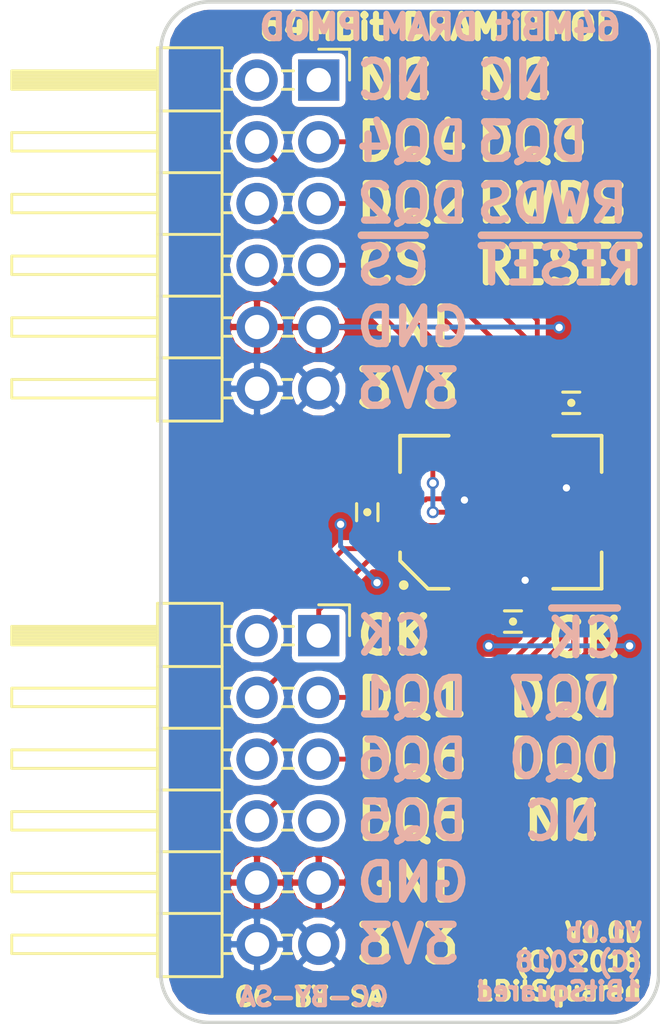
<source format=kicad_pcb>
(kicad_pcb (version 20171130) (host pcbnew 5.0.0-fee4fd1~66~ubuntu18.04.1)

  (general
    (thickness 0.8)
    (drawings 54)
    (tracks 105)
    (zones 0)
    (modules 6)
    (nets 24)
  )

  (page A4)
  (title_block
    (title "iCEBreaker PMOD - Hyperram")
    (rev V1.0b)
    (company 1BitSquared)
    (comment 1 "2018 (C) 1BitSquared <info@1bitsquared.com>")
    (comment 2 "2018 (C) Piotr Esden-Tempski <piotr@esden.net>")
    (comment 3 "License: CC-BY-SA 4.0")
  )

  (layers
    (0 F.Cu signal)
    (31 B.Cu signal)
    (33 F.Adhes user)
    (34 B.Paste user)
    (35 F.Paste user)
    (36 B.SilkS user)
    (37 F.SilkS user)
    (38 B.Mask user)
    (39 F.Mask user)
    (40 Dwgs.User user)
    (44 Edge.Cuts user)
    (46 B.CrtYd user)
    (47 F.CrtYd user)
    (48 B.Fab user)
    (49 F.Fab user)
  )

  (setup
    (last_trace_width 0.2)
    (trace_clearance 0.2)
    (zone_clearance 0.25)
    (zone_45_only yes)
    (trace_min 0.2)
    (segment_width 0.15)
    (edge_width 0.15)
    (via_size 0.5)
    (via_drill 0.3)
    (via_min_size 0.5)
    (via_min_drill 0.3)
    (uvia_size 0.3)
    (uvia_drill 0.1)
    (uvias_allowed no)
    (uvia_min_size 0.2)
    (uvia_min_drill 0.1)
    (pcb_text_width 0.3)
    (pcb_text_size 1.5 1.5)
    (mod_edge_width 0.15)
    (mod_text_size 1 1)
    (mod_text_width 0.15)
    (pad_size 0.5 0.6)
    (pad_drill 0)
    (pad_to_mask_clearance 0.05)
    (aux_axis_origin 0 0)
    (grid_origin 44 44)
    (visible_elements FFFFFF7F)
    (pcbplotparams
      (layerselection 0x010fc_ffffffff)
      (usegerberextensions true)
      (usegerberattributes false)
      (usegerberadvancedattributes false)
      (creategerberjobfile false)
      (excludeedgelayer true)
      (linewidth 0.300000)
      (plotframeref false)
      (viasonmask false)
      (mode 1)
      (useauxorigin false)
      (hpglpennumber 1)
      (hpglpenspeed 20)
      (hpglpendiameter 15.000000)
      (psnegative false)
      (psa4output false)
      (plotreference true)
      (plotvalue true)
      (plotinvisibletext false)
      (padsonsilk false)
      (subtractmaskfromsilk true)
      (outputformat 1)
      (mirror false)
      (drillshape 0)
      (scaleselection 1)
      (outputdirectory "gerber"))
  )

  (net 0 "")
  (net 1 GND)
  (net 2 /~CK)
  (net 3 +3V3)
  (net 4 /DQ7)
  (net 5 "Net-(U1-PadA2)")
  (net 6 /CK)
  (net 7 "Net-(U1-PadC2)")
  (net 8 /DQ1)
  (net 9 /DQ6)
  (net 10 /~CS)
  (net 11 /RWDS)
  (net 12 /DQ0)
  (net 13 /DQ5)
  (net 14 /~RESET)
  (net 15 /DQ2)
  (net 16 /DQ3)
  (net 17 "Net-(U1-PadA5)")
  (net 18 "Net-(U1-PadB5)")
  (net 19 "Net-(U1-PadC5)")
  (net 20 /DQ4)
  (net 21 "Net-(J2-Pad4)")
  (net 22 "Net-(J4-Pad7)")
  (net 23 "Net-(J4-Pad1)")

  (net_class Default "This is the default net class."
    (clearance 0.2)
    (trace_width 0.2)
    (via_dia 0.5)
    (via_drill 0.3)
    (uvia_dia 0.3)
    (uvia_drill 0.1)
    (add_net +3V3)
    (add_net /CK)
    (add_net /DQ0)
    (add_net /DQ1)
    (add_net /DQ2)
    (add_net /DQ3)
    (add_net /DQ4)
    (add_net /DQ5)
    (add_net /DQ6)
    (add_net /DQ7)
    (add_net /RWDS)
    (add_net /~CK)
    (add_net /~CS)
    (add_net /~RESET)
    (add_net GND)
    (add_net "Net-(J2-Pad4)")
    (add_net "Net-(J4-Pad1)")
    (add_net "Net-(J4-Pad7)")
    (add_net "Net-(U1-PadA2)")
    (add_net "Net-(U1-PadA5)")
    (add_net "Net-(U1-PadB5)")
    (add_net "Net-(U1-PadC2)")
    (add_net "Net-(U1-PadC5)")
  )

  (module pkl_dipol:C_0402 (layer F.Cu) (tedit 5AEFE714) (tstamp 5AEE0DD6)
    (at 54.4 39.5 180)
    (descr "Capacitor SMD 0402, reflow soldering")
    (tags "capacitor 0402")
    (path /5AEE66F5)
    (attr smd)
    (fp_text reference C3 (at 0 -1.1 180) (layer F.Fab)
      (effects (font (size 0.635 0.635) (thickness 0.1)))
    )
    (fp_text value 100n (at 0 1.2 180) (layer F.Fab)
      (effects (font (size 0.635 0.635) (thickness 0.1)))
    )
    (fp_circle (center 0 0) (end 0 -0.085) (layer F.SilkS) (width 0.17))
    (fp_line (start -0.95 -0.5) (end 0.95 -0.5) (layer F.CrtYd) (width 0.05))
    (fp_line (start -0.95 0.5) (end 0.95 0.5) (layer F.CrtYd) (width 0.05))
    (fp_line (start -0.95 -0.5) (end -0.95 0.5) (layer F.CrtYd) (width 0.05))
    (fp_line (start 0.95 -0.5) (end 0.95 0.5) (layer F.CrtYd) (width 0.05))
    (fp_line (start -0.35 -0.44) (end 0.35 -0.44) (layer F.SilkS) (width 0.13))
    (fp_line (start 0.35 0.44) (end -0.35 0.44) (layer F.SilkS) (width 0.13))
    (pad 1 smd roundrect (at -0.5 0 180) (size 0.5 0.6) (layers F.Cu F.Paste F.Mask) (roundrect_rratio 0.25)
      (net 3 +3V3))
    (pad 2 smd roundrect (at 0.5 0 180) (size 0.5 0.6) (layers F.Cu F.Paste F.Mask) (roundrect_rratio 0.25)
      (net 1 GND))
    (model ${KISYS3DMOD}/Capacitor_SMD.3dshapes/C_0402_1005Metric.step
      (at (xyz 0 0 0))
      (scale (xyz 1 1 1))
      (rotate (xyz 0 0 0))
    )
  )

  (module pkl_dipol:C_0402 (layer F.Cu) (tedit 5AEFE708) (tstamp 5AEE0DC9)
    (at 52 48.5 180)
    (descr "Capacitor SMD 0402, reflow soldering")
    (tags "capacitor 0402")
    (path /5AEE66D1)
    (attr smd)
    (fp_text reference C2 (at 0 -1.1 180) (layer F.Fab)
      (effects (font (size 0.635 0.635) (thickness 0.1)))
    )
    (fp_text value 100n (at 0 1.2 180) (layer F.Fab)
      (effects (font (size 0.635 0.635) (thickness 0.1)))
    )
    (fp_line (start 0.35 0.44) (end -0.35 0.44) (layer F.SilkS) (width 0.13))
    (fp_line (start -0.35 -0.44) (end 0.35 -0.44) (layer F.SilkS) (width 0.13))
    (fp_line (start 0.95 -0.5) (end 0.95 0.5) (layer F.CrtYd) (width 0.05))
    (fp_line (start -0.95 -0.5) (end -0.95 0.5) (layer F.CrtYd) (width 0.05))
    (fp_line (start -0.95 0.5) (end 0.95 0.5) (layer F.CrtYd) (width 0.05))
    (fp_line (start -0.95 -0.5) (end 0.95 -0.5) (layer F.CrtYd) (width 0.05))
    (fp_circle (center 0 0) (end 0 -0.085) (layer F.SilkS) (width 0.17))
    (pad 2 smd roundrect (at 0.5 0 180) (size 0.5 0.6) (layers F.Cu F.Paste F.Mask) (roundrect_rratio 0.25)
      (net 1 GND))
    (pad 1 smd roundrect (at -0.5 0 180) (size 0.5 0.6) (layers F.Cu F.Paste F.Mask) (roundrect_rratio 0.25)
      (net 3 +3V3))
    (model Capacitors_SMD.3dshapes/C_0402.wrl
      (at (xyz 0 0 0))
      (scale (xyz 1 1 1))
      (rotate (xyz 0 0 0))
    )
    (model ${KISYS3DMOD}/Capacitor_SMD.3dshapes/C_0402_1005Metric.step
      (at (xyz 0 0 0))
      (scale (xyz 1 1 1))
      (rotate (xyz 0 0 0))
    )
  )

  (module pkl_dipol:C_0402 (layer F.Cu) (tedit 5AEFE6F9) (tstamp 5AEE0DBC)
    (at 46 44 270)
    (descr "Capacitor SMD 0402, reflow soldering")
    (tags "capacitor 0402")
    (path /5AEE658E)
    (attr smd)
    (fp_text reference C1 (at 0 -1.1 270) (layer F.Fab)
      (effects (font (size 0.635 0.635) (thickness 0.1)))
    )
    (fp_text value 100n (at 0 1.2 270) (layer F.Fab)
      (effects (font (size 0.635 0.635) (thickness 0.1)))
    )
    (fp_circle (center 0 0) (end 0 -0.085) (layer F.SilkS) (width 0.17))
    (fp_line (start -0.95 -0.5) (end 0.95 -0.5) (layer F.CrtYd) (width 0.05))
    (fp_line (start -0.95 0.5) (end 0.95 0.5) (layer F.CrtYd) (width 0.05))
    (fp_line (start -0.95 -0.5) (end -0.95 0.5) (layer F.CrtYd) (width 0.05))
    (fp_line (start 0.95 -0.5) (end 0.95 0.5) (layer F.CrtYd) (width 0.05))
    (fp_line (start -0.35 -0.44) (end 0.35 -0.44) (layer F.SilkS) (width 0.13))
    (fp_line (start 0.35 0.44) (end -0.35 0.44) (layer F.SilkS) (width 0.13))
    (pad 1 smd roundrect (at -0.5 0 270) (size 0.5 0.6) (layers F.Cu F.Paste F.Mask) (roundrect_rratio 0.25)
      (net 3 +3V3))
    (pad 2 smd roundrect (at 0.5 0 270) (size 0.5 0.6) (layers F.Cu F.Paste F.Mask) (roundrect_rratio 0.25)
      (net 1 GND))
    (model ${KISYS3DMOD}/Capacitor_SMD.3dshapes/C_0402_1005Metric.step
      (at (xyz 0 0 0))
      (scale (xyz 1 1 1))
      (rotate (xyz 0 0 0))
    )
  )

  (module pkl_connectors:PMODHeader_2x06_P2.54mm_Horizontal (layer F.Cu) (tedit 5AECF65A) (tstamp 5AEE0790)
    (at 44 38.92 180)
    (descr "Through hole angled pin header, 2x06, 2.54mm pitch, 6mm pin length, double rows")
    (tags "Through hole angled pin header THT 2x06 2.54mm double row")
    (path /5AB98614)
    (fp_text reference J4 (at 5.655 -2.27 180) (layer F.Fab)
      (effects (font (size 1 1) (thickness 0.15)))
    )
    (fp_text value PMOD (at 5.655 14.97 180) (layer F.Fab)
      (effects (font (size 1 1) (thickness 0.15)))
    )
    (fp_line (start 13.1 -1.8) (end -1.8 -1.8) (layer F.CrtYd) (width 0.05))
    (fp_line (start 13.1 14.5) (end 13.1 -1.8) (layer F.CrtYd) (width 0.05))
    (fp_line (start -1.8 14.5) (end 13.1 14.5) (layer F.CrtYd) (width 0.05))
    (fp_line (start -1.8 -1.8) (end -1.8 14.5) (layer F.CrtYd) (width 0.05))
    (fp_line (start -1.27 13.97) (end -1.27 12.7) (layer F.SilkS) (width 0.12))
    (fp_line (start 0 13.97) (end -1.27 13.97) (layer F.SilkS) (width 0.12))
    (fp_line (start 1.042929 13.08) (end 1.497071 13.08) (layer F.SilkS) (width 0.12))
    (fp_line (start 1.042929 12.32) (end 1.497071 12.32) (layer F.SilkS) (width 0.12))
    (fp_line (start 3.582929 13.08) (end 3.98 13.08) (layer F.SilkS) (width 0.12))
    (fp_line (start 3.582929 12.32) (end 3.98 12.32) (layer F.SilkS) (width 0.12))
    (fp_line (start 12.64 13.08) (end 6.64 13.08) (layer F.SilkS) (width 0.12))
    (fp_line (start 12.64 12.32) (end 12.64 13.08) (layer F.SilkS) (width 0.12))
    (fp_line (start 6.64 12.32) (end 12.64 12.32) (layer F.SilkS) (width 0.12))
    (fp_line (start 3.98 11.43) (end 6.64 11.43) (layer F.SilkS) (width 0.12))
    (fp_line (start 1.042929 10.54) (end 1.497071 10.54) (layer F.SilkS) (width 0.12))
    (fp_line (start 1.042929 9.78) (end 1.497071 9.78) (layer F.SilkS) (width 0.12))
    (fp_line (start 3.582929 10.54) (end 3.98 10.54) (layer F.SilkS) (width 0.12))
    (fp_line (start 3.582929 9.78) (end 3.98 9.78) (layer F.SilkS) (width 0.12))
    (fp_line (start 12.64 10.54) (end 6.64 10.54) (layer F.SilkS) (width 0.12))
    (fp_line (start 12.64 9.78) (end 12.64 10.54) (layer F.SilkS) (width 0.12))
    (fp_line (start 6.64 9.78) (end 12.64 9.78) (layer F.SilkS) (width 0.12))
    (fp_line (start 3.98 8.89) (end 6.64 8.89) (layer F.SilkS) (width 0.12))
    (fp_line (start 1.042929 8) (end 1.497071 8) (layer F.SilkS) (width 0.12))
    (fp_line (start 1.042929 7.24) (end 1.497071 7.24) (layer F.SilkS) (width 0.12))
    (fp_line (start 3.582929 8) (end 3.98 8) (layer F.SilkS) (width 0.12))
    (fp_line (start 3.582929 7.24) (end 3.98 7.24) (layer F.SilkS) (width 0.12))
    (fp_line (start 12.64 8) (end 6.64 8) (layer F.SilkS) (width 0.12))
    (fp_line (start 12.64 7.24) (end 12.64 8) (layer F.SilkS) (width 0.12))
    (fp_line (start 6.64 7.24) (end 12.64 7.24) (layer F.SilkS) (width 0.12))
    (fp_line (start 3.98 6.35) (end 6.64 6.35) (layer F.SilkS) (width 0.12))
    (fp_line (start 1.042929 5.46) (end 1.497071 5.46) (layer F.SilkS) (width 0.12))
    (fp_line (start 1.042929 4.7) (end 1.497071 4.7) (layer F.SilkS) (width 0.12))
    (fp_line (start 3.582929 5.46) (end 3.98 5.46) (layer F.SilkS) (width 0.12))
    (fp_line (start 3.582929 4.7) (end 3.98 4.7) (layer F.SilkS) (width 0.12))
    (fp_line (start 12.64 5.46) (end 6.64 5.46) (layer F.SilkS) (width 0.12))
    (fp_line (start 12.64 4.7) (end 12.64 5.46) (layer F.SilkS) (width 0.12))
    (fp_line (start 6.64 4.7) (end 12.64 4.7) (layer F.SilkS) (width 0.12))
    (fp_line (start 3.98 3.81) (end 6.64 3.81) (layer F.SilkS) (width 0.12))
    (fp_line (start 1.042929 2.92) (end 1.497071 2.92) (layer F.SilkS) (width 0.12))
    (fp_line (start 1.042929 2.16) (end 1.497071 2.16) (layer F.SilkS) (width 0.12))
    (fp_line (start 3.582929 2.92) (end 3.98 2.92) (layer F.SilkS) (width 0.12))
    (fp_line (start 3.582929 2.16) (end 3.98 2.16) (layer F.SilkS) (width 0.12))
    (fp_line (start 12.64 2.92) (end 6.64 2.92) (layer F.SilkS) (width 0.12))
    (fp_line (start 12.64 2.16) (end 12.64 2.92) (layer F.SilkS) (width 0.12))
    (fp_line (start 6.64 2.16) (end 12.64 2.16) (layer F.SilkS) (width 0.12))
    (fp_line (start 3.98 1.27) (end 6.64 1.27) (layer F.SilkS) (width 0.12))
    (fp_line (start 1.11 0.38) (end 1.497071 0.38) (layer F.SilkS) (width 0.12))
    (fp_line (start 1.11 -0.38) (end 1.497071 -0.38) (layer F.SilkS) (width 0.12))
    (fp_line (start 3.582929 0.38) (end 3.98 0.38) (layer F.SilkS) (width 0.12))
    (fp_line (start 3.582929 -0.38) (end 3.98 -0.38) (layer F.SilkS) (width 0.12))
    (fp_line (start 6.64 12.98) (end 12.64 12.98) (layer F.SilkS) (width 0.12))
    (fp_line (start 6.64 12.86) (end 12.64 12.86) (layer F.SilkS) (width 0.12))
    (fp_line (start 6.64 12.74) (end 12.64 12.74) (layer F.SilkS) (width 0.12))
    (fp_line (start 6.64 12.62) (end 12.64 12.62) (layer F.SilkS) (width 0.12))
    (fp_line (start 6.64 12.5) (end 12.64 12.5) (layer F.SilkS) (width 0.12))
    (fp_line (start 6.64 12.38) (end 12.64 12.38) (layer F.SilkS) (width 0.12))
    (fp_line (start 12.64 0.38) (end 6.64 0.38) (layer F.SilkS) (width 0.12))
    (fp_line (start 12.64 -0.38) (end 12.64 0.38) (layer F.SilkS) (width 0.12))
    (fp_line (start 6.64 -0.38) (end 12.64 -0.38) (layer F.SilkS) (width 0.12))
    (fp_line (start 6.64 -1.33) (end 3.98 -1.33) (layer F.SilkS) (width 0.12))
    (fp_line (start 6.64 14.03) (end 6.64 -1.33) (layer F.SilkS) (width 0.12))
    (fp_line (start 3.98 14.03) (end 6.64 14.03) (layer F.SilkS) (width 0.12))
    (fp_line (start 3.98 -1.33) (end 3.98 14.03) (layer F.SilkS) (width 0.12))
    (fp_line (start 6.58 13.02) (end 12.58 13.02) (layer F.Fab) (width 0.1))
    (fp_line (start 12.58 12.38) (end 12.58 13.02) (layer F.Fab) (width 0.1))
    (fp_line (start 6.58 12.38) (end 12.58 12.38) (layer F.Fab) (width 0.1))
    (fp_line (start -0.32 13.02) (end 4.04 13.02) (layer F.Fab) (width 0.1))
    (fp_line (start -0.32 12.38) (end -0.32 13.02) (layer F.Fab) (width 0.1))
    (fp_line (start -0.32 12.38) (end 4.04 12.38) (layer F.Fab) (width 0.1))
    (fp_line (start 6.58 10.48) (end 12.58 10.48) (layer F.Fab) (width 0.1))
    (fp_line (start 12.58 9.84) (end 12.58 10.48) (layer F.Fab) (width 0.1))
    (fp_line (start 6.58 9.84) (end 12.58 9.84) (layer F.Fab) (width 0.1))
    (fp_line (start -0.32 10.48) (end 4.04 10.48) (layer F.Fab) (width 0.1))
    (fp_line (start -0.32 9.84) (end -0.32 10.48) (layer F.Fab) (width 0.1))
    (fp_line (start -0.32 9.84) (end 4.04 9.84) (layer F.Fab) (width 0.1))
    (fp_line (start 6.58 7.94) (end 12.58 7.94) (layer F.Fab) (width 0.1))
    (fp_line (start 12.58 7.3) (end 12.58 7.94) (layer F.Fab) (width 0.1))
    (fp_line (start 6.58 7.3) (end 12.58 7.3) (layer F.Fab) (width 0.1))
    (fp_line (start -0.32 7.94) (end 4.04 7.94) (layer F.Fab) (width 0.1))
    (fp_line (start -0.32 7.3) (end -0.32 7.94) (layer F.Fab) (width 0.1))
    (fp_line (start -0.32 7.3) (end 4.04 7.3) (layer F.Fab) (width 0.1))
    (fp_line (start 6.58 5.4) (end 12.58 5.4) (layer F.Fab) (width 0.1))
    (fp_line (start 12.58 4.76) (end 12.58 5.4) (layer F.Fab) (width 0.1))
    (fp_line (start 6.58 4.76) (end 12.58 4.76) (layer F.Fab) (width 0.1))
    (fp_line (start -0.32 5.4) (end 4.04 5.4) (layer F.Fab) (width 0.1))
    (fp_line (start -0.32 4.76) (end -0.32 5.4) (layer F.Fab) (width 0.1))
    (fp_line (start -0.32 4.76) (end 4.04 4.76) (layer F.Fab) (width 0.1))
    (fp_line (start 6.58 2.86) (end 12.58 2.86) (layer F.Fab) (width 0.1))
    (fp_line (start 12.58 2.22) (end 12.58 2.86) (layer F.Fab) (width 0.1))
    (fp_line (start 6.58 2.22) (end 12.58 2.22) (layer F.Fab) (width 0.1))
    (fp_line (start -0.32 2.86) (end 4.04 2.86) (layer F.Fab) (width 0.1))
    (fp_line (start -0.32 2.22) (end -0.32 2.86) (layer F.Fab) (width 0.1))
    (fp_line (start -0.32 2.22) (end 4.04 2.22) (layer F.Fab) (width 0.1))
    (fp_line (start 6.58 0.32) (end 12.58 0.32) (layer F.Fab) (width 0.1))
    (fp_line (start 12.58 -0.32) (end 12.58 0.32) (layer F.Fab) (width 0.1))
    (fp_line (start 6.58 -0.32) (end 12.58 -0.32) (layer F.Fab) (width 0.1))
    (fp_line (start -0.32 0.32) (end 4.04 0.32) (layer F.Fab) (width 0.1))
    (fp_line (start -0.32 -0.32) (end -0.32 0.32) (layer F.Fab) (width 0.1))
    (fp_line (start -0.32 -0.32) (end 4.04 -0.32) (layer F.Fab) (width 0.1))
    (fp_line (start 4.04 13.335) (end 4.675 13.97) (layer F.Fab) (width 0.1))
    (fp_line (start 4.064 13.335) (end 4.064 -1.27) (layer F.Fab) (width 0.1))
    (fp_line (start 6.58 13.97) (end 4.699 13.97) (layer F.Fab) (width 0.1))
    (fp_line (start 6.58 -1.27) (end 6.58 13.97) (layer F.Fab) (width 0.1))
    (fp_line (start 4.064 -1.27) (end 6.58 -1.27) (layer F.Fab) (width 0.1))
    (pad 7 thru_hole circle (at 2.54 12.7 180) (size 1.7 1.7) (drill 1) (layers *.Cu *.Mask)
      (net 22 "Net-(J4-Pad7)"))
    (pad 1 thru_hole rect (at 0 12.7 180) (size 1.7 1.7) (drill 1) (layers *.Cu *.Mask)
      (net 23 "Net-(J4-Pad1)"))
    (pad 8 thru_hole oval (at 2.54 10.16 180) (size 1.7 1.7) (drill 1) (layers *.Cu *.Mask)
      (net 20 /DQ4))
    (pad 2 thru_hole oval (at 0 10.16 180) (size 1.7 1.7) (drill 1) (layers *.Cu *.Mask)
      (net 16 /DQ3))
    (pad 9 thru_hole oval (at 2.54 7.62 180) (size 1.7 1.7) (drill 1) (layers *.Cu *.Mask)
      (net 15 /DQ2))
    (pad 3 thru_hole oval (at 0 7.62 180) (size 1.7 1.7) (drill 1) (layers *.Cu *.Mask)
      (net 11 /RWDS))
    (pad 10 thru_hole oval (at 2.54 5.08 180) (size 1.7 1.7) (drill 1) (layers *.Cu *.Mask)
      (net 10 /~CS))
    (pad 4 thru_hole oval (at 0 5.08 180) (size 1.7 1.7) (drill 1) (layers *.Cu *.Mask)
      (net 14 /~RESET))
    (pad 11 thru_hole oval (at 2.54 2.54 180) (size 1.7 1.7) (drill 1) (layers *.Cu *.Mask)
      (net 1 GND))
    (pad 5 thru_hole oval (at 0 2.54 180) (size 1.7 1.7) (drill 1) (layers *.Cu *.Mask)
      (net 1 GND))
    (pad 12 thru_hole oval (at 2.54 0 180) (size 1.7 1.7) (drill 1) (layers *.Cu *.Mask)
      (net 3 +3V3))
    (pad 6 thru_hole circle (at 0 0 180) (size 1.7 1.7) (drill 1) (layers *.Cu *.Mask)
      (net 3 +3V3))
    (model ${KISYS3DMOD}/Connector_PinHeader_2.54mm.3dshapes/PinHeader_2x06_P2.54mm_Horizontal.step
      (at (xyz 0 0 0))
      (scale (xyz 1 1 1))
      (rotate (xyz 0 0 0))
    )
  )

  (module pkl_connectors:PMODHeader_2x06_P2.54mm_Horizontal (layer F.Cu) (tedit 5AECF65A) (tstamp 5AEE0719)
    (at 44 61.78 180)
    (descr "Through hole angled pin header, 2x06, 2.54mm pitch, 6mm pin length, double rows")
    (tags "Through hole angled pin header THT 2x06 2.54mm double row")
    (path /5AACAA52)
    (fp_text reference J2 (at 5.655 -2.27 180) (layer F.Fab)
      (effects (font (size 1 1) (thickness 0.15)))
    )
    (fp_text value PMOD (at 5.655 14.97 180) (layer F.Fab)
      (effects (font (size 1 1) (thickness 0.15)))
    )
    (fp_line (start 4.064 -1.27) (end 6.58 -1.27) (layer F.Fab) (width 0.1))
    (fp_line (start 6.58 -1.27) (end 6.58 13.97) (layer F.Fab) (width 0.1))
    (fp_line (start 6.58 13.97) (end 4.699 13.97) (layer F.Fab) (width 0.1))
    (fp_line (start 4.064 13.335) (end 4.064 -1.27) (layer F.Fab) (width 0.1))
    (fp_line (start 4.04 13.335) (end 4.675 13.97) (layer F.Fab) (width 0.1))
    (fp_line (start -0.32 -0.32) (end 4.04 -0.32) (layer F.Fab) (width 0.1))
    (fp_line (start -0.32 -0.32) (end -0.32 0.32) (layer F.Fab) (width 0.1))
    (fp_line (start -0.32 0.32) (end 4.04 0.32) (layer F.Fab) (width 0.1))
    (fp_line (start 6.58 -0.32) (end 12.58 -0.32) (layer F.Fab) (width 0.1))
    (fp_line (start 12.58 -0.32) (end 12.58 0.32) (layer F.Fab) (width 0.1))
    (fp_line (start 6.58 0.32) (end 12.58 0.32) (layer F.Fab) (width 0.1))
    (fp_line (start -0.32 2.22) (end 4.04 2.22) (layer F.Fab) (width 0.1))
    (fp_line (start -0.32 2.22) (end -0.32 2.86) (layer F.Fab) (width 0.1))
    (fp_line (start -0.32 2.86) (end 4.04 2.86) (layer F.Fab) (width 0.1))
    (fp_line (start 6.58 2.22) (end 12.58 2.22) (layer F.Fab) (width 0.1))
    (fp_line (start 12.58 2.22) (end 12.58 2.86) (layer F.Fab) (width 0.1))
    (fp_line (start 6.58 2.86) (end 12.58 2.86) (layer F.Fab) (width 0.1))
    (fp_line (start -0.32 4.76) (end 4.04 4.76) (layer F.Fab) (width 0.1))
    (fp_line (start -0.32 4.76) (end -0.32 5.4) (layer F.Fab) (width 0.1))
    (fp_line (start -0.32 5.4) (end 4.04 5.4) (layer F.Fab) (width 0.1))
    (fp_line (start 6.58 4.76) (end 12.58 4.76) (layer F.Fab) (width 0.1))
    (fp_line (start 12.58 4.76) (end 12.58 5.4) (layer F.Fab) (width 0.1))
    (fp_line (start 6.58 5.4) (end 12.58 5.4) (layer F.Fab) (width 0.1))
    (fp_line (start -0.32 7.3) (end 4.04 7.3) (layer F.Fab) (width 0.1))
    (fp_line (start -0.32 7.3) (end -0.32 7.94) (layer F.Fab) (width 0.1))
    (fp_line (start -0.32 7.94) (end 4.04 7.94) (layer F.Fab) (width 0.1))
    (fp_line (start 6.58 7.3) (end 12.58 7.3) (layer F.Fab) (width 0.1))
    (fp_line (start 12.58 7.3) (end 12.58 7.94) (layer F.Fab) (width 0.1))
    (fp_line (start 6.58 7.94) (end 12.58 7.94) (layer F.Fab) (width 0.1))
    (fp_line (start -0.32 9.84) (end 4.04 9.84) (layer F.Fab) (width 0.1))
    (fp_line (start -0.32 9.84) (end -0.32 10.48) (layer F.Fab) (width 0.1))
    (fp_line (start -0.32 10.48) (end 4.04 10.48) (layer F.Fab) (width 0.1))
    (fp_line (start 6.58 9.84) (end 12.58 9.84) (layer F.Fab) (width 0.1))
    (fp_line (start 12.58 9.84) (end 12.58 10.48) (layer F.Fab) (width 0.1))
    (fp_line (start 6.58 10.48) (end 12.58 10.48) (layer F.Fab) (width 0.1))
    (fp_line (start -0.32 12.38) (end 4.04 12.38) (layer F.Fab) (width 0.1))
    (fp_line (start -0.32 12.38) (end -0.32 13.02) (layer F.Fab) (width 0.1))
    (fp_line (start -0.32 13.02) (end 4.04 13.02) (layer F.Fab) (width 0.1))
    (fp_line (start 6.58 12.38) (end 12.58 12.38) (layer F.Fab) (width 0.1))
    (fp_line (start 12.58 12.38) (end 12.58 13.02) (layer F.Fab) (width 0.1))
    (fp_line (start 6.58 13.02) (end 12.58 13.02) (layer F.Fab) (width 0.1))
    (fp_line (start 3.98 -1.33) (end 3.98 14.03) (layer F.SilkS) (width 0.12))
    (fp_line (start 3.98 14.03) (end 6.64 14.03) (layer F.SilkS) (width 0.12))
    (fp_line (start 6.64 14.03) (end 6.64 -1.33) (layer F.SilkS) (width 0.12))
    (fp_line (start 6.64 -1.33) (end 3.98 -1.33) (layer F.SilkS) (width 0.12))
    (fp_line (start 6.64 -0.38) (end 12.64 -0.38) (layer F.SilkS) (width 0.12))
    (fp_line (start 12.64 -0.38) (end 12.64 0.38) (layer F.SilkS) (width 0.12))
    (fp_line (start 12.64 0.38) (end 6.64 0.38) (layer F.SilkS) (width 0.12))
    (fp_line (start 6.64 12.38) (end 12.64 12.38) (layer F.SilkS) (width 0.12))
    (fp_line (start 6.64 12.5) (end 12.64 12.5) (layer F.SilkS) (width 0.12))
    (fp_line (start 6.64 12.62) (end 12.64 12.62) (layer F.SilkS) (width 0.12))
    (fp_line (start 6.64 12.74) (end 12.64 12.74) (layer F.SilkS) (width 0.12))
    (fp_line (start 6.64 12.86) (end 12.64 12.86) (layer F.SilkS) (width 0.12))
    (fp_line (start 6.64 12.98) (end 12.64 12.98) (layer F.SilkS) (width 0.12))
    (fp_line (start 3.582929 -0.38) (end 3.98 -0.38) (layer F.SilkS) (width 0.12))
    (fp_line (start 3.582929 0.38) (end 3.98 0.38) (layer F.SilkS) (width 0.12))
    (fp_line (start 1.11 -0.38) (end 1.497071 -0.38) (layer F.SilkS) (width 0.12))
    (fp_line (start 1.11 0.38) (end 1.497071 0.38) (layer F.SilkS) (width 0.12))
    (fp_line (start 3.98 1.27) (end 6.64 1.27) (layer F.SilkS) (width 0.12))
    (fp_line (start 6.64 2.16) (end 12.64 2.16) (layer F.SilkS) (width 0.12))
    (fp_line (start 12.64 2.16) (end 12.64 2.92) (layer F.SilkS) (width 0.12))
    (fp_line (start 12.64 2.92) (end 6.64 2.92) (layer F.SilkS) (width 0.12))
    (fp_line (start 3.582929 2.16) (end 3.98 2.16) (layer F.SilkS) (width 0.12))
    (fp_line (start 3.582929 2.92) (end 3.98 2.92) (layer F.SilkS) (width 0.12))
    (fp_line (start 1.042929 2.16) (end 1.497071 2.16) (layer F.SilkS) (width 0.12))
    (fp_line (start 1.042929 2.92) (end 1.497071 2.92) (layer F.SilkS) (width 0.12))
    (fp_line (start 3.98 3.81) (end 6.64 3.81) (layer F.SilkS) (width 0.12))
    (fp_line (start 6.64 4.7) (end 12.64 4.7) (layer F.SilkS) (width 0.12))
    (fp_line (start 12.64 4.7) (end 12.64 5.46) (layer F.SilkS) (width 0.12))
    (fp_line (start 12.64 5.46) (end 6.64 5.46) (layer F.SilkS) (width 0.12))
    (fp_line (start 3.582929 4.7) (end 3.98 4.7) (layer F.SilkS) (width 0.12))
    (fp_line (start 3.582929 5.46) (end 3.98 5.46) (layer F.SilkS) (width 0.12))
    (fp_line (start 1.042929 4.7) (end 1.497071 4.7) (layer F.SilkS) (width 0.12))
    (fp_line (start 1.042929 5.46) (end 1.497071 5.46) (layer F.SilkS) (width 0.12))
    (fp_line (start 3.98 6.35) (end 6.64 6.35) (layer F.SilkS) (width 0.12))
    (fp_line (start 6.64 7.24) (end 12.64 7.24) (layer F.SilkS) (width 0.12))
    (fp_line (start 12.64 7.24) (end 12.64 8) (layer F.SilkS) (width 0.12))
    (fp_line (start 12.64 8) (end 6.64 8) (layer F.SilkS) (width 0.12))
    (fp_line (start 3.582929 7.24) (end 3.98 7.24) (layer F.SilkS) (width 0.12))
    (fp_line (start 3.582929 8) (end 3.98 8) (layer F.SilkS) (width 0.12))
    (fp_line (start 1.042929 7.24) (end 1.497071 7.24) (layer F.SilkS) (width 0.12))
    (fp_line (start 1.042929 8) (end 1.497071 8) (layer F.SilkS) (width 0.12))
    (fp_line (start 3.98 8.89) (end 6.64 8.89) (layer F.SilkS) (width 0.12))
    (fp_line (start 6.64 9.78) (end 12.64 9.78) (layer F.SilkS) (width 0.12))
    (fp_line (start 12.64 9.78) (end 12.64 10.54) (layer F.SilkS) (width 0.12))
    (fp_line (start 12.64 10.54) (end 6.64 10.54) (layer F.SilkS) (width 0.12))
    (fp_line (start 3.582929 9.78) (end 3.98 9.78) (layer F.SilkS) (width 0.12))
    (fp_line (start 3.582929 10.54) (end 3.98 10.54) (layer F.SilkS) (width 0.12))
    (fp_line (start 1.042929 9.78) (end 1.497071 9.78) (layer F.SilkS) (width 0.12))
    (fp_line (start 1.042929 10.54) (end 1.497071 10.54) (layer F.SilkS) (width 0.12))
    (fp_line (start 3.98 11.43) (end 6.64 11.43) (layer F.SilkS) (width 0.12))
    (fp_line (start 6.64 12.32) (end 12.64 12.32) (layer F.SilkS) (width 0.12))
    (fp_line (start 12.64 12.32) (end 12.64 13.08) (layer F.SilkS) (width 0.12))
    (fp_line (start 12.64 13.08) (end 6.64 13.08) (layer F.SilkS) (width 0.12))
    (fp_line (start 3.582929 12.32) (end 3.98 12.32) (layer F.SilkS) (width 0.12))
    (fp_line (start 3.582929 13.08) (end 3.98 13.08) (layer F.SilkS) (width 0.12))
    (fp_line (start 1.042929 12.32) (end 1.497071 12.32) (layer F.SilkS) (width 0.12))
    (fp_line (start 1.042929 13.08) (end 1.497071 13.08) (layer F.SilkS) (width 0.12))
    (fp_line (start 0 13.97) (end -1.27 13.97) (layer F.SilkS) (width 0.12))
    (fp_line (start -1.27 13.97) (end -1.27 12.7) (layer F.SilkS) (width 0.12))
    (fp_line (start -1.8 -1.8) (end -1.8 14.5) (layer F.CrtYd) (width 0.05))
    (fp_line (start -1.8 14.5) (end 13.1 14.5) (layer F.CrtYd) (width 0.05))
    (fp_line (start 13.1 14.5) (end 13.1 -1.8) (layer F.CrtYd) (width 0.05))
    (fp_line (start 13.1 -1.8) (end -1.8 -1.8) (layer F.CrtYd) (width 0.05))
    (pad 6 thru_hole circle (at 0 0 180) (size 1.7 1.7) (drill 1) (layers *.Cu *.Mask)
      (net 3 +3V3))
    (pad 12 thru_hole oval (at 2.54 0 180) (size 1.7 1.7) (drill 1) (layers *.Cu *.Mask)
      (net 3 +3V3))
    (pad 5 thru_hole oval (at 0 2.54 180) (size 1.7 1.7) (drill 1) (layers *.Cu *.Mask)
      (net 1 GND))
    (pad 11 thru_hole oval (at 2.54 2.54 180) (size 1.7 1.7) (drill 1) (layers *.Cu *.Mask)
      (net 1 GND))
    (pad 4 thru_hole oval (at 0 5.08 180) (size 1.7 1.7) (drill 1) (layers *.Cu *.Mask)
      (net 21 "Net-(J2-Pad4)"))
    (pad 10 thru_hole oval (at 2.54 5.08 180) (size 1.7 1.7) (drill 1) (layers *.Cu *.Mask)
      (net 13 /DQ5))
    (pad 3 thru_hole oval (at 0 7.62 180) (size 1.7 1.7) (drill 1) (layers *.Cu *.Mask)
      (net 12 /DQ0))
    (pad 9 thru_hole oval (at 2.54 7.62 180) (size 1.7 1.7) (drill 1) (layers *.Cu *.Mask)
      (net 9 /DQ6))
    (pad 2 thru_hole oval (at 0 10.16 180) (size 1.7 1.7) (drill 1) (layers *.Cu *.Mask)
      (net 4 /DQ7))
    (pad 8 thru_hole oval (at 2.54 10.16 180) (size 1.7 1.7) (drill 1) (layers *.Cu *.Mask)
      (net 8 /DQ1))
    (pad 1 thru_hole rect (at 0 12.7 180) (size 1.7 1.7) (drill 1) (layers *.Cu *.Mask)
      (net 2 /~CK))
    (pad 7 thru_hole circle (at 2.54 12.7 180) (size 1.7 1.7) (drill 1) (layers *.Cu *.Mask)
      (net 6 /CK))
    (model ${KISYS3DMOD}/Connector_PinHeader_2.54mm.3dshapes/PinHeader_2x06_P2.54mm_Horizontal.step
      (at (xyz 0 0 0))
      (scale (xyz 1 1 1))
      (rotate (xyz 0 0 0))
    )
  )

  (module pkl_housings_bga:BGA-24_5x5_6.0x8.0mm (layer F.Cu) (tedit 5AECE41C) (tstamp 5AEE0718)
    (at 51.5 44 90)
    (path /5AED1D1E)
    (attr smd)
    (fp_text reference U1 (at 0 -5 90) (layer F.Fab)
      (effects (font (size 1 1) (thickness 0.15)))
    )
    (fp_text value S70KL1281 (at 0 5 90) (layer F.Fab)
      (effects (font (size 1 1) (thickness 0.15)))
    )
    (fp_line (start -2 -4) (end -3 -3) (layer F.Fab) (width 0.15))
    (fp_line (start -3 -3) (end -3 4) (layer F.Fab) (width 0.15))
    (fp_line (start -3 4) (end 3 4) (layer F.Fab) (width 0.15))
    (fp_line (start 3 4) (end 3 -4) (layer F.Fab) (width 0.15))
    (fp_line (start 3 -4) (end -2 -4) (layer F.Fab) (width 0.15))
    (fp_line (start 1.65 -4.15) (end 3.15 -4.15) (layer F.SilkS) (width 0.15))
    (fp_line (start 3.15 -4.15) (end 3.15 -2.15) (layer F.SilkS) (width 0.15))
    (fp_line (start 1.65 -4.15) (end 3.15 -4.15) (layer F.SilkS) (width 0.15))
    (fp_line (start 3.15 -4.15) (end 3.15 -2.15) (layer F.SilkS) (width 0.15))
    (fp_line (start 1.65 4.15) (end 3.15 4.15) (layer F.SilkS) (width 0.15))
    (fp_line (start 3.15 4.15) (end 3.15 2.15) (layer F.SilkS) (width 0.15))
    (fp_line (start 1.65 -4.15) (end 3.15 -4.15) (layer F.SilkS) (width 0.15))
    (fp_line (start 3.15 -4.15) (end 3.15 -2.15) (layer F.SilkS) (width 0.15))
    (fp_line (start -1.65 4.15) (end -3.15 4.15) (layer F.SilkS) (width 0.15))
    (fp_line (start -3.15 4.15) (end -3.15 2.15) (layer F.SilkS) (width 0.15))
    (fp_line (start -1.65 -4.15) (end -2 -4.15) (layer F.SilkS) (width 0.15))
    (fp_line (start -2 -4.15) (end -3.15 -3) (layer F.SilkS) (width 0.15))
    (fp_line (start -3.15 -3) (end -3.15 -2.15) (layer F.SilkS) (width 0.15))
    (fp_circle (center -3 -4) (end -3 -3.9) (layer F.SilkS) (width 0.2))
    (fp_line (start -4 -5) (end 4 -5) (layer F.CrtYd) (width 0.05))
    (fp_line (start 4 -5) (end 4 5) (layer F.CrtYd) (width 0.05))
    (fp_line (start 4 5) (end -4 5) (layer F.CrtYd) (width 0.05))
    (fp_line (start -4 5) (end -4 -5) (layer F.CrtYd) (width 0.05))
    (pad B1 smd circle (at -2 -1 90) (size 0.4 0.4) (layers F.Cu F.Paste F.Mask)
      (net 2 /~CK))
    (pad C1 smd circle (at -2 0 90) (size 0.4 0.4) (layers F.Cu F.Paste F.Mask)
      (net 1 GND))
    (pad D1 smd circle (at -2 1 90) (size 0.4 0.4) (layers F.Cu F.Paste F.Mask)
      (net 3 +3V3))
    (pad E1 smd circle (at -2 2 90) (size 0.4 0.4) (layers F.Cu F.Paste F.Mask)
      (net 4 /DQ7))
    (pad A2 smd circle (at -1 -2 90) (size 0.4 0.4) (layers F.Cu F.Paste F.Mask)
      (net 5 "Net-(U1-PadA2)"))
    (pad B2 smd circle (at -1 -1 90) (size 0.4 0.4) (layers F.Cu F.Paste F.Mask)
      (net 6 /CK))
    (pad C2 smd circle (at -1 0 90) (size 0.4 0.4) (layers F.Cu F.Paste F.Mask)
      (net 7 "Net-(U1-PadC2)"))
    (pad D2 smd circle (at -1 1 90) (size 0.4 0.4) (layers F.Cu F.Paste F.Mask)
      (net 8 /DQ1))
    (pad E2 smd circle (at -1 2 90) (size 0.4 0.4) (layers F.Cu F.Paste F.Mask)
      (net 9 /DQ6))
    (pad A3 smd circle (at 0 -2 90) (size 0.4 0.4) (layers F.Cu F.Paste F.Mask)
      (net 10 /~CS))
    (pad B3 smd circle (at 0 -1 90) (size 0.4 0.4) (layers F.Cu F.Paste F.Mask)
      (net 1 GND))
    (pad C3 smd circle (at 0 0 90) (size 0.4 0.4) (layers F.Cu F.Paste F.Mask)
      (net 11 /RWDS))
    (pad D3 smd circle (at 0 1 90) (size 0.4 0.4) (layers F.Cu F.Paste F.Mask)
      (net 12 /DQ0))
    (pad E3 smd circle (at 0 2 90) (size 0.4 0.4) (layers F.Cu F.Paste F.Mask)
      (net 13 /DQ5))
    (pad A4 smd circle (at 1 -2 90) (size 0.4 0.4) (layers F.Cu F.Paste F.Mask)
      (net 14 /~RESET))
    (pad B4 smd circle (at 1 -1 90) (size 0.4 0.4) (layers F.Cu F.Paste F.Mask)
      (net 3 +3V3))
    (pad C4 smd circle (at 1 0 90) (size 0.4 0.4) (layers F.Cu F.Paste F.Mask)
      (net 15 /DQ2))
    (pad D4 smd circle (at 1 1 90) (size 0.4 0.4) (layers F.Cu F.Paste F.Mask)
      (net 16 /DQ3))
    (pad E4 smd circle (at 1 2 90) (size 0.4 0.4) (layers F.Cu F.Paste F.Mask)
      (net 3 +3V3))
    (pad A5 smd circle (at 2 -2 90) (size 0.4 0.4) (layers F.Cu F.Paste F.Mask)
      (net 17 "Net-(U1-PadA5)"))
    (pad B5 smd circle (at 2 -1 90) (size 0.4 0.4) (layers F.Cu F.Paste F.Mask)
      (net 18 "Net-(U1-PadB5)"))
    (pad C5 smd circle (at 2 0 90) (size 0.4 0.4) (layers F.Cu F.Paste F.Mask)
      (net 19 "Net-(U1-PadC5)"))
    (pad D5 smd circle (at 2 1 90) (size 0.4 0.4) (layers F.Cu F.Paste F.Mask)
      (net 20 /DQ4))
    (pad E5 smd circle (at 2 2 90) (size 0.4 0.4) (layers F.Cu F.Paste F.Mask)
      (net 1 GND))
    (model ${KISYS3DMOD}/Package_BGA.3dshapes/BGA-25_6.35x6.35mm_Layout5x5_P1.27mm.step
      (at (xyz 0 0 0))
      (scale (xyz 0.945 1.26 0.1))
      (rotate (xyz 0 0 0))
    )
  )

  (gr_text "V1.0b\n(C) 2018\n1BitSquared" (at 57.4 62.5) (layer B.SilkS) (tstamp 5BB9433D)
    (effects (font (size 0.75 0.75) (thickness 0.1875)) (justify left mirror))
  )
  (gr_text NC (at 52.285 56.7) (layer F.SilkS) (tstamp 5AAF32B6)
    (effects (font (size 1.5 1.5) (thickness 0.3)) (justify left))
  )
  (gr_text DQ1 (at 45.405 51.62) (layer B.SilkS) (tstamp 5AAF32BC)
    (effects (font (size 1.5 1.5) (thickness 0.3)) (justify right mirror))
  )
  (gr_text ~CK (at 53.250001 49.18) (layer B.SilkS) (tstamp 5AAF32BB)
    (effects (font (size 1.5 1.5) (thickness 0.3)) (justify right mirror))
  )
  (gr_text DQ1 (at 45.405 51.62) (layer F.SilkS) (tstamp 5AAF32BA)
    (effects (font (size 1.5 1.5) (thickness 0.3)) (justify left))
  )
  (gr_text DQ5 (at 45.405 56.700001) (layer F.SilkS) (tstamp 5AAF32B9)
    (effects (font (size 1.5 1.5) (thickness 0.3)) (justify left))
  )
  (gr_text DQ6 (at 45.405 54.159999) (layer B.SilkS) (tstamp 5AAF32B8)
    (effects (font (size 1.5 1.5) (thickness 0.3)) (justify right mirror))
  )
  (gr_text DQ6 (at 45.405 54.159999) (layer F.SilkS) (tstamp 5AAF32B7)
    (effects (font (size 1.5 1.5) (thickness 0.3)) (justify left))
  )
  (gr_text NC (at 52.285 56.71) (layer B.SilkS) (tstamp 5AAF32B5)
    (effects (font (size 1.5 1.5) (thickness 0.3)) (justify right mirror))
  )
  (gr_text CK (at 45.405 49.08) (layer B.SilkS) (tstamp 5AAF32B4)
    (effects (font (size 1.5 1.5) (thickness 0.3)) (justify right mirror))
  )
  (gr_text DQ7 (at 51.65 51.62) (layer F.SilkS) (tstamp 5AAF32B3)
    (effects (font (size 1.5 1.5) (thickness 0.3)) (justify left))
  )
  (gr_text DQ5 (at 45.405 56.71) (layer B.SilkS) (tstamp 5AAF32B2)
    (effects (font (size 1.5 1.5) (thickness 0.3)) (justify right mirror))
  )
  (gr_text DQ0 (at 51.65 54.16) (layer B.SilkS) (tstamp 5AAF32B1)
    (effects (font (size 1.5 1.5) (thickness 0.3)) (justify right mirror))
  )
  (gr_text CK (at 45.405 49.08) (layer F.SilkS) (tstamp 5AAF32B0)
    (effects (font (size 1.5 1.5) (thickness 0.3)) (justify left))
  )
  (gr_text DQ7 (at 51.65 51.62) (layer B.SilkS) (tstamp 5AAF32AF)
    (effects (font (size 1.5 1.5) (thickness 0.3)) (justify right mirror))
  )
  (gr_text ~CK (at 53.250001 49.18) (layer F.SilkS) (tstamp 5AAF32AE)
    (effects (font (size 1.5 1.5) (thickness 0.3)) (justify left))
  )
  (gr_text DQ0 (at 51.65 54.16) (layer F.SilkS) (tstamp 5AAF32AD)
    (effects (font (size 1.5 1.5) (thickness 0.3)) (justify left))
  )
  (gr_text DQ3 (at 50.35 28.76) (layer B.SilkS) (tstamp 5AAF329A)
    (effects (font (size 1.5 1.5) (thickness 0.3)) (justify right mirror))
  )
  (gr_text DQ3 (at 50.35 28.76) (layer F.SilkS) (tstamp 5AAF3299)
    (effects (font (size 1.5 1.5) (thickness 0.3)) (justify left))
  )
  (gr_text ~RESET (at 50.35 33.840001) (layer F.SilkS) (tstamp 5AAF3298)
    (effects (font (size 1.5 1.5) (thickness 0.3)) (justify left))
  )
  (gr_text RWDS (at 50.35 31.299999) (layer B.SilkS) (tstamp 5AAF3297)
    (effects (font (size 1.5 1.5) (thickness 0.3)) (justify right mirror))
  )
  (gr_text RWDS (at 50.35 31.299999) (layer F.SilkS) (tstamp 5AAF3296)
    (effects (font (size 1.5 1.5) (thickness 0.3)) (justify left))
  )
  (gr_text ~RESET (at 50.35 33.85) (layer B.SilkS) (tstamp 5AAF3295)
    (effects (font (size 1.5 1.5) (thickness 0.3)) (justify right mirror))
  )
  (gr_text 3V3 (at 45.405 61.78) (layer F.SilkS) (tstamp 5AAF3290)
    (effects (font (size 1.5 1.5) (thickness 0.3)) (justify left))
  )
  (gr_text GND (at 45.405 59.24) (layer B.SilkS) (tstamp 5AAF328F)
    (effects (font (size 1.5 1.5) (thickness 0.3)) (justify right mirror))
  )
  (gr_text GND (at 45.405 59.24) (layer F.SilkS) (tstamp 5AAF328E)
    (effects (font (size 1.5 1.5) (thickness 0.3)) (justify left))
  )
  (gr_text 3V3 (at 45.405 61.78) (layer B.SilkS) (tstamp 5AAF328D)
    (effects (font (size 1.5 1.5) (thickness 0.3)) (justify right mirror))
  )
  (gr_text NC (at 50.35 26.22) (layer B.SilkS) (tstamp 5AAF3261)
    (effects (font (size 1.5 1.5) (thickness 0.3)) (justify right mirror))
  )
  (gr_text NC (at 50.35 26.22) (layer F.SilkS) (tstamp 5AAF3260)
    (effects (font (size 1.5 1.5) (thickness 0.3)) (justify left))
  )
  (gr_text DQ4 (at 45.405 28.76) (layer B.SilkS) (tstamp 5AEE1987)
    (effects (font (size 1.5 1.5) (thickness 0.3)) (justify right mirror))
  )
  (gr_text 3V3 (at 45.405 38.92) (layer F.SilkS) (tstamp 5AEE19A8)
    (effects (font (size 1.5 1.5) (thickness 0.3)) (justify left))
  )
  (gr_text 3V3 (at 45.405 38.92) (layer B.SilkS) (tstamp 5AEE19A5)
    (effects (font (size 1.5 1.5) (thickness 0.3)) (justify right mirror))
  )
  (gr_text DQ2 (at 45.405 31.299999) (layer B.SilkS) (tstamp 5AEE198D)
    (effects (font (size 1.5 1.5) (thickness 0.3)) (justify right mirror))
  )
  (gr_text ~CS (at 45.405 33.85) (layer B.SilkS) (tstamp 5AEE198A)
    (effects (font (size 1.5 1.5) (thickness 0.3)) (justify right mirror))
  )
  (gr_text NC (at 45.405 26.22) (layer B.SilkS) (tstamp 5AEE19A2)
    (effects (font (size 1.5 1.5) (thickness 0.3)) (justify right mirror))
  )
  (gr_text GND (at 45.405 36.38) (layer B.SilkS) (tstamp 5AEE199F)
    (effects (font (size 1.5 1.5) (thickness 0.3)) (justify right mirror))
  )
  (gr_text GND (at 45.405 36.38) (layer F.SilkS) (tstamp 5AEE1996)
    (effects (font (size 1.5 1.5) (thickness 0.3)) (justify left))
  )
  (gr_text NC (at 45.405 26.22) (layer F.SilkS) (tstamp 5AEE1993)
    (effects (font (size 1.5 1.5) (thickness 0.3)) (justify left))
  )
  (gr_text ~CS (at 45.405 33.840001) (layer F.SilkS) (tstamp 5AEE199C)
    (effects (font (size 1.5 1.5) (thickness 0.3)) (justify left))
  )
  (gr_text DQ4 (at 45.405 28.76) (layer F.SilkS) (tstamp 5AEE1999)
    (effects (font (size 1.5 1.5) (thickness 0.3)) (justify left))
  )
  (gr_text DQ2 (at 45.405 31.299999) (layer F.SilkS) (tstamp 5AEE1990)
    (effects (font (size 1.5 1.5) (thickness 0.3)) (justify left))
  )
  (gr_text CC-BY-SA (at 43.8 63.94) (layer B.SilkS) (tstamp 5AABB431)
    (effects (font (size 0.75 0.75) (thickness 0.1875)) (justify mirror))
  )
  (gr_text CC-BY-SA (at 43.6 63.94) (layer F.SilkS) (tstamp 5AABB42B)
    (effects (font (size 0.75 0.75) (thickness 0.1875)))
  )
  (gr_text "V1.0b\n(C) 2018\n1BitSquared" (at 57.4 62.5) (layer F.SilkS) (tstamp 5AABB427)
    (effects (font (size 0.75 0.75) (thickness 0.1875)) (justify right))
  )
  (gr_text "64MBit DRAM PMOD" (at 49 24.045) (layer B.SilkS) (tstamp 5AAD9945)
    (effects (font (size 1 1) (thickness 0.25)) (justify mirror))
  )
  (gr_text "64MBit DRAM PMOD" (at 49 24.045) (layer F.SilkS)
    (effects (font (size 1 1) (thickness 0.25)))
  )
  (gr_arc (start 56 25) (end 58 25) (angle -90) (layer Edge.Cuts) (width 0.15))
  (gr_arc (start 39.5 25) (end 39.5 23) (angle -90) (layer Edge.Cuts) (width 0.15))
  (gr_arc (start 39.5 63) (end 37.5 63) (angle -90) (layer Edge.Cuts) (width 0.15))
  (gr_arc (start 56 63) (end 56 65) (angle -90) (layer Edge.Cuts) (width 0.15))
  (gr_line (start 58 25) (end 58 63) (layer Edge.Cuts) (width 0.15))
  (gr_line (start 39.5 23) (end 56 23) (layer Edge.Cuts) (width 0.15))
  (gr_line (start 37.5 63) (end 37.5 25) (layer Edge.Cuts) (width 0.15))
  (gr_line (start 56 65) (end 39.5 65) (layer Edge.Cuts) (width 0.15))

  (segment (start 50 44.5) (end 49.114004 44.5) (width 0.2) (layer F.Cu) (net 1))
  (segment (start 49.114004 44.5) (end 49.064002 44.550002) (width 0.2) (layer F.Cu) (net 1))
  (segment (start 48.385996 44.5) (end 46 44.5) (width 0.2) (layer F.Cu) (net 1))
  (segment (start 49.064002 44.550002) (end 48.435998 44.550002) (width 0.2) (layer F.Cu) (net 1))
  (segment (start 50.5 44) (end 50 44.5) (width 0.2) (layer F.Cu) (net 1))
  (segment (start 48.435998 44.550002) (end 48.385996 44.5) (width 0.2) (layer F.Cu) (net 1))
  (via (at 51 49.5) (size 0.5) (drill 0.3) (layers F.Cu B.Cu) (net 1))
  (segment (start 51.5 49) (end 51 49.5) (width 0.2) (layer F.Cu) (net 1))
  (segment (start 51.5 48.5) (end 51.5 49) (width 0.2) (layer F.Cu) (net 1))
  (via (at 56.8 49.5) (size 0.5) (drill 0.3) (layers F.Cu B.Cu) (net 1))
  (segment (start 51 49.5) (end 56.8 49.5) (width 0.2) (layer B.Cu) (net 1))
  (via (at 44.9 44.5) (size 0.5) (drill 0.3) (layers F.Cu B.Cu) (net 1))
  (segment (start 46 44.5) (end 44.9 44.5) (width 0.2) (layer F.Cu) (net 1))
  (via (at 46.4 46.9) (size 0.5) (drill 0.3) (layers F.Cu B.Cu) (net 1))
  (segment (start 44.9 45.4) (end 46.4 46.9) (width 0.2) (layer B.Cu) (net 1))
  (segment (start 44.9 44.5) (end 44.9 45.4) (width 0.2) (layer B.Cu) (net 1))
  (via (at 53.9 36.4) (size 0.5) (drill 0.3) (layers F.Cu B.Cu) (net 1))
  (segment (start 53.88 36.38) (end 53.9 36.4) (width 0.2) (layer B.Cu) (net 1))
  (segment (start 44 36.38) (end 53.88 36.38) (width 0.2) (layer B.Cu) (net 1))
  (segment (start 53.9 41.6) (end 53.5 42) (width 0.2) (layer F.Cu) (net 1))
  (segment (start 53.9 39.5) (end 53.9 41.6) (width 0.2) (layer F.Cu) (net 1))
  (segment (start 51.5 46) (end 51.5 48.5) (width 0.2) (layer F.Cu) (net 1))
  (segment (start 51 44.5) (end 50.5 44) (width 0.2) (layer F.Cu) (net 1))
  (segment (start 51 45.5) (end 51 44.5) (width 0.2) (layer F.Cu) (net 1))
  (segment (start 51.5 46) (end 51 45.5) (width 0.2) (layer F.Cu) (net 1))
  (segment (start 46.03 46) (end 44 48.03) (width 0.2) (layer F.Cu) (net 2))
  (segment (start 44 48.03) (end 44 49.08) (width 0.2) (layer F.Cu) (net 2))
  (segment (start 50.5 46) (end 46.03 46) (width 0.2) (layer F.Cu) (net 2))
  (via (at 54.2 43) (size 0.5) (drill 0.3) (layers F.Cu B.Cu) (net 3))
  (segment (start 53.5 43) (end 54.2 43) (width 0.2) (layer F.Cu) (net 3))
  (segment (start 54.9 42.3) (end 54.2 43) (width 0.2) (layer F.Cu) (net 3))
  (segment (start 54.9 39.5) (end 54.9 42.3) (width 0.2) (layer F.Cu) (net 3))
  (via (at 52.5 46.8) (size 0.5) (drill 0.3) (layers F.Cu B.Cu) (net 3))
  (segment (start 52.5 46) (end 52.5 46.8) (width 0.2) (layer F.Cu) (net 3))
  (segment (start 52.5 48.5) (end 52.5 46.8) (width 0.2) (layer F.Cu) (net 3))
  (via (at 50 43.500022) (size 0.5) (drill 0.3) (layers F.Cu B.Cu) (net 3))
  (segment (start 50 43.5) (end 50 43.500022) (width 0.2) (layer F.Cu) (net 3))
  (segment (start 50.5 43) (end 50 43.5) (width 0.2) (layer F.Cu) (net 3))
  (segment (start 49.114004 43.5) (end 49.999978 43.5) (width 0.2) (layer F.Cu) (net 3))
  (segment (start 49.064002 43.449998) (end 49.114004 43.5) (width 0.2) (layer F.Cu) (net 3))
  (segment (start 46 43.5) (end 48.385996 43.5) (width 0.2) (layer F.Cu) (net 3))
  (segment (start 48.435998 43.449998) (end 49.064002 43.449998) (width 0.2) (layer F.Cu) (net 3))
  (segment (start 49.999978 43.5) (end 50 43.500022) (width 0.2) (layer F.Cu) (net 3))
  (segment (start 48.385996 43.5) (end 48.435998 43.449998) (width 0.2) (layer F.Cu) (net 3))
  (segment (start 44 51.62) (end 51.08 51.62) (width 0.2) (layer F.Cu) (net 4))
  (segment (start 53.5 49.2) (end 53.5 46) (width 0.2) (layer F.Cu) (net 4))
  (segment (start 51.08 51.62) (end 53.5 49.2) (width 0.2) (layer F.Cu) (net 4))
  (segment (start 49.999999 45.500001) (end 50.5 45) (width 0.2) (layer F.Cu) (net 6))
  (segment (start 41.46 49.08) (end 45.039999 45.500001) (width 0.2) (layer F.Cu) (net 6))
  (segment (start 45.039999 45.500001) (end 49.999999 45.500001) (width 0.2) (layer F.Cu) (net 6))
  (segment (start 53 45.5) (end 52.5 45) (width 0.2) (layer F.Cu) (net 8))
  (segment (start 53 46.4) (end 53 45.5) (width 0.2) (layer F.Cu) (net 8))
  (segment (start 53.050001 46.450001) (end 53 46.4) (width 0.2) (layer F.Cu) (net 8))
  (segment (start 41.46 51.62) (end 42.78 50.3) (width 0.2) (layer F.Cu) (net 8))
  (segment (start 53.050001 49.049999) (end 53.050001 46.450001) (width 0.2) (layer F.Cu) (net 8))
  (segment (start 42.78 50.3) (end 51.8 50.3) (width 0.2) (layer F.Cu) (net 8))
  (segment (start 51.8 50.3) (end 53.050001 49.049999) (width 0.2) (layer F.Cu) (net 8))
  (segment (start 41.46 54.16) (end 42.72 52.9) (width 0.2) (layer F.Cu) (net 9))
  (segment (start 42.72 52.9) (end 50.5 52.9) (width 0.2) (layer F.Cu) (net 9))
  (segment (start 50.5 52.9) (end 54 49.4) (width 0.2) (layer F.Cu) (net 9))
  (segment (start 54 45.5) (end 53.5 45) (width 0.2) (layer F.Cu) (net 9))
  (segment (start 54 49.4) (end 54 45.5) (width 0.2) (layer F.Cu) (net 9))
  (segment (start 49.5 44) (end 48.7 44) (width 0.2) (layer F.Cu) (net 10))
  (via (at 48.7 44) (size 0.5) (drill 0.3) (layers F.Cu B.Cu) (net 10))
  (via (at 48.7 42.8) (size 0.5) (drill 0.3) (layers F.Cu B.Cu) (net 10))
  (segment (start 48.7 44) (end 48.7 42.8) (width 0.2) (layer B.Cu) (net 10))
  (segment (start 48.7 38) (end 48.7 42.8) (width 0.2) (layer F.Cu) (net 10))
  (segment (start 45.8 35.1) (end 48.7 38) (width 0.2) (layer F.Cu) (net 10))
  (segment (start 41.46 33.84) (end 42.72 35.1) (width 0.2) (layer F.Cu) (net 10))
  (segment (start 42.72 35.1) (end 45.8 35.1) (width 0.2) (layer F.Cu) (net 10))
  (segment (start 51.782842 44) (end 52 43.782842) (width 0.2) (layer F.Cu) (net 11))
  (segment (start 51.5 44) (end 51.782842 44) (width 0.2) (layer F.Cu) (net 11))
  (segment (start 52 43.782842) (end 52 37.7) (width 0.2) (layer F.Cu) (net 11))
  (segment (start 45.6 31.3) (end 44 31.3) (width 0.2) (layer F.Cu) (net 11))
  (segment (start 52 37.7) (end 45.6 31.3) (width 0.2) (layer F.Cu) (net 11))
  (segment (start 44 54.16) (end 49.94 54.16) (width 0.2) (layer F.Cu) (net 12))
  (segment (start 49.94 54.16) (end 54.5 49.6) (width 0.2) (layer F.Cu) (net 12))
  (segment (start 54.5 49.6) (end 54.5 45.2) (width 0.2) (layer F.Cu) (net 12))
  (segment (start 54.5 45.2) (end 53.8 44.5) (width 0.2) (layer F.Cu) (net 12))
  (segment (start 53 44.5) (end 52.5 44) (width 0.2) (layer F.Cu) (net 12))
  (segment (start 53.8 44.5) (end 53 44.5) (width 0.2) (layer F.Cu) (net 12))
  (segment (start 41.46 56.7) (end 42.76 55.4) (width 0.2) (layer F.Cu) (net 13))
  (segment (start 42.76 55.4) (end 49.4 55.4) (width 0.2) (layer F.Cu) (net 13))
  (segment (start 49.4 55.4) (end 55 49.8) (width 0.2) (layer F.Cu) (net 13))
  (segment (start 55 49.8) (end 55 44.9) (width 0.2) (layer F.Cu) (net 13))
  (segment (start 54.1 44) (end 53.5 44) (width 0.2) (layer F.Cu) (net 13))
  (segment (start 55 44.9) (end 54.1 44) (width 0.2) (layer F.Cu) (net 13))
  (segment (start 45.64 33.84) (end 44 33.84) (width 0.2) (layer F.Cu) (net 14))
  (segment (start 50 38.2) (end 45.64 33.84) (width 0.2) (layer F.Cu) (net 14) (tstamp 5AEE197E))
  (segment (start 50 42.5) (end 50 38.2) (width 0.2) (layer F.Cu) (net 14))
  (segment (start 49.5 43) (end 50 42.5) (width 0.2) (layer F.Cu) (net 14))
  (segment (start 45.7 32.6) (end 42.76 32.6) (width 0.2) (layer F.Cu) (net 15))
  (segment (start 51.5 43) (end 51.217158 43) (width 0.2) (layer F.Cu) (net 15))
  (segment (start 51.217158 43) (end 51 42.782842) (width 0.2) (layer F.Cu) (net 15))
  (segment (start 51 42.782842) (end 51 37.9) (width 0.2) (layer F.Cu) (net 15))
  (segment (start 42.76 32.6) (end 41.46 31.3) (width 0.2) (layer F.Cu) (net 15))
  (segment (start 51 37.9) (end 45.7 32.6) (width 0.2) (layer F.Cu) (net 15) (tstamp 5AEE1984))
  (segment (start 53 36.1) (end 45.66 28.76) (width 0.2) (layer F.Cu) (net 16))
  (segment (start 53 42.5) (end 53 36.1) (width 0.2) (layer F.Cu) (net 16))
  (segment (start 45.66 28.76) (end 44 28.76) (width 0.2) (layer F.Cu) (net 16))
  (segment (start 52.5 43) (end 53 42.5) (width 0.2) (layer F.Cu) (net 16))
  (segment (start 52.5 36.8) (end 52.5 42) (width 0.2) (layer F.Cu) (net 20))
  (segment (start 45.7 30) (end 52.5 36.8) (width 0.2) (layer F.Cu) (net 20))
  (segment (start 41.46 28.76) (end 42.7 30) (width 0.2) (layer F.Cu) (net 20))
  (segment (start 42.7 30) (end 45.7 30) (width 0.2) (layer F.Cu) (net 20))

  (zone (net 1) (net_name GND) (layer F.Cu) (tstamp 5BB971C9) (hatch edge 0.508)
    (connect_pads (clearance 0.25))
    (min_thickness 0.25)
    (fill yes (arc_segments 16) (thermal_gap 0.25) (thermal_bridge_width 0.26))
    (polygon
      (pts
        (xy 58 64.999999) (xy 37.5 65) (xy 37.5 23) (xy 58 23.000001)
      )
    )
    (filled_polygon
      (pts
        (xy 56.433745 23.516708) (xy 56.832621 23.698066) (xy 57.164564 23.984087) (xy 57.402887 24.351776) (xy 57.532892 24.78648)
        (xy 57.55 25.016702) (xy 57.550001 62.967935) (xy 57.483292 63.433746) (xy 57.301935 63.83262) (xy 57.015912 64.164565)
        (xy 56.648228 64.402886) (xy 56.21352 64.532892) (xy 55.983298 64.55) (xy 39.532058 64.55) (xy 39.066254 64.483292)
        (xy 38.66738 64.301935) (xy 38.335435 64.015912) (xy 38.097114 63.648228) (xy 37.967108 63.21352) (xy 37.95 62.983298)
        (xy 37.95 61.78) (xy 40.211001 61.78) (xy 40.306075 62.257971) (xy 40.576824 62.663176) (xy 40.982029 62.933925)
        (xy 41.339348 63.005) (xy 41.580652 63.005) (xy 41.937971 62.933925) (xy 42.343176 62.663176) (xy 42.613925 62.257971)
        (xy 42.708999 61.78) (xy 42.660531 61.536332) (xy 42.775 61.536332) (xy 42.775 62.023668) (xy 42.961495 62.473907)
        (xy 43.306093 62.818505) (xy 43.756332 63.005) (xy 44.243668 63.005) (xy 44.693907 62.818505) (xy 45.038505 62.473907)
        (xy 45.225 62.023668) (xy 45.225 61.536332) (xy 45.038505 61.086093) (xy 44.693907 60.741495) (xy 44.243668 60.555)
        (xy 43.756332 60.555) (xy 43.306093 60.741495) (xy 42.961495 61.086093) (xy 42.775 61.536332) (xy 42.660531 61.536332)
        (xy 42.613925 61.302029) (xy 42.343176 60.896824) (xy 41.937971 60.626075) (xy 41.580652 60.555) (xy 41.339348 60.555)
        (xy 40.982029 60.626075) (xy 40.576824 60.896824) (xy 40.306075 61.302029) (xy 40.211001 61.78) (xy 37.95 61.78)
        (xy 37.95 59.436569) (xy 40.250874 59.436569) (xy 40.267689 59.521106) (xy 40.466023 59.955986) (xy 40.815681 60.281863)
        (xy 41.263431 60.449126) (xy 41.455 60.37124) (xy 41.455 59.245) (xy 41.465 59.245) (xy 41.465 60.37124)
        (xy 41.656569 60.449126) (xy 42.104319 60.281863) (xy 42.453977 59.955986) (xy 42.652311 59.521106) (xy 42.669126 59.436569)
        (xy 42.790874 59.436569) (xy 42.807689 59.521106) (xy 43.006023 59.955986) (xy 43.355681 60.281863) (xy 43.803431 60.449126)
        (xy 43.995 60.37124) (xy 43.995 59.245) (xy 44.005 59.245) (xy 44.005 60.37124) (xy 44.196569 60.449126)
        (xy 44.644319 60.281863) (xy 44.993977 59.955986) (xy 45.192311 59.521106) (xy 45.209126 59.436569) (xy 45.131239 59.245)
        (xy 44.005 59.245) (xy 43.995 59.245) (xy 42.868761 59.245) (xy 42.790874 59.436569) (xy 42.669126 59.436569)
        (xy 42.591239 59.245) (xy 41.465 59.245) (xy 41.455 59.245) (xy 40.328761 59.245) (xy 40.250874 59.436569)
        (xy 37.95 59.436569) (xy 37.95 59.043431) (xy 40.250874 59.043431) (xy 40.328761 59.235) (xy 41.455 59.235)
        (xy 41.455 58.10876) (xy 41.465 58.10876) (xy 41.465 59.235) (xy 42.591239 59.235) (xy 42.669126 59.043431)
        (xy 42.790874 59.043431) (xy 42.868761 59.235) (xy 43.995 59.235) (xy 43.995 58.10876) (xy 44.005 58.10876)
        (xy 44.005 59.235) (xy 45.131239 59.235) (xy 45.209126 59.043431) (xy 45.192311 58.958894) (xy 44.993977 58.524014)
        (xy 44.644319 58.198137) (xy 44.196569 58.030874) (xy 44.005 58.10876) (xy 43.995 58.10876) (xy 43.803431 58.030874)
        (xy 43.355681 58.198137) (xy 43.006023 58.524014) (xy 42.807689 58.958894) (xy 42.790874 59.043431) (xy 42.669126 59.043431)
        (xy 42.652311 58.958894) (xy 42.453977 58.524014) (xy 42.104319 58.198137) (xy 41.656569 58.030874) (xy 41.465 58.10876)
        (xy 41.455 58.10876) (xy 41.263431 58.030874) (xy 40.815681 58.198137) (xy 40.466023 58.524014) (xy 40.267689 58.958894)
        (xy 40.250874 59.043431) (xy 37.95 59.043431) (xy 37.95 38.92) (xy 40.211001 38.92) (xy 40.306075 39.397971)
        (xy 40.576824 39.803176) (xy 40.982029 40.073925) (xy 41.339348 40.145) (xy 41.580652 40.145) (xy 41.937971 40.073925)
        (xy 42.343176 39.803176) (xy 42.613925 39.397971) (xy 42.708999 38.92) (xy 42.660531 38.676332) (xy 42.775 38.676332)
        (xy 42.775 39.163668) (xy 42.961495 39.613907) (xy 43.306093 39.958505) (xy 43.756332 40.145) (xy 44.243668 40.145)
        (xy 44.693907 39.958505) (xy 45.038505 39.613907) (xy 45.225 39.163668) (xy 45.225 38.676332) (xy 45.038505 38.226093)
        (xy 44.693907 37.881495) (xy 44.243668 37.695) (xy 43.756332 37.695) (xy 43.306093 37.881495) (xy 42.961495 38.226093)
        (xy 42.775 38.676332) (xy 42.660531 38.676332) (xy 42.613925 38.442029) (xy 42.343176 38.036824) (xy 41.937971 37.766075)
        (xy 41.580652 37.695) (xy 41.339348 37.695) (xy 40.982029 37.766075) (xy 40.576824 38.036824) (xy 40.306075 38.442029)
        (xy 40.211001 38.92) (xy 37.95 38.92) (xy 37.95 36.576569) (xy 40.250874 36.576569) (xy 40.267689 36.661106)
        (xy 40.466023 37.095986) (xy 40.815681 37.421863) (xy 41.263431 37.589126) (xy 41.455 37.51124) (xy 41.455 36.385)
        (xy 41.465 36.385) (xy 41.465 37.51124) (xy 41.656569 37.589126) (xy 42.104319 37.421863) (xy 42.453977 37.095986)
        (xy 42.652311 36.661106) (xy 42.669126 36.576569) (xy 42.790874 36.576569) (xy 42.807689 36.661106) (xy 43.006023 37.095986)
        (xy 43.355681 37.421863) (xy 43.803431 37.589126) (xy 43.995 37.51124) (xy 43.995 36.385) (xy 44.005 36.385)
        (xy 44.005 37.51124) (xy 44.196569 37.589126) (xy 44.644319 37.421863) (xy 44.993977 37.095986) (xy 45.192311 36.661106)
        (xy 45.209126 36.576569) (xy 45.131239 36.385) (xy 44.005 36.385) (xy 43.995 36.385) (xy 42.868761 36.385)
        (xy 42.790874 36.576569) (xy 42.669126 36.576569) (xy 42.591239 36.385) (xy 41.465 36.385) (xy 41.455 36.385)
        (xy 40.328761 36.385) (xy 40.250874 36.576569) (xy 37.95 36.576569) (xy 37.95 36.183431) (xy 40.250874 36.183431)
        (xy 40.328761 36.375) (xy 41.455 36.375) (xy 41.455 35.24876) (xy 41.465 35.24876) (xy 41.465 36.375)
        (xy 42.591239 36.375) (xy 42.669126 36.183431) (xy 42.652311 36.098894) (xy 42.453977 35.664014) (xy 42.104319 35.338137)
        (xy 41.656569 35.170874) (xy 41.465 35.24876) (xy 41.455 35.24876) (xy 41.263431 35.170874) (xy 40.815681 35.338137)
        (xy 40.466023 35.664014) (xy 40.267689 36.098894) (xy 40.250874 36.183431) (xy 37.95 36.183431) (xy 37.95 28.76)
        (xy 40.211001 28.76) (xy 40.306075 29.237971) (xy 40.576824 29.643176) (xy 40.982029 29.913925) (xy 41.339348 29.985)
        (xy 41.580652 29.985) (xy 41.937971 29.913925) (xy 41.940491 29.912241) (xy 42.331046 30.302797) (xy 42.357545 30.342455)
        (xy 42.514665 30.447439) (xy 42.653221 30.475) (xy 42.653226 30.475) (xy 42.7 30.484304) (xy 42.746774 30.475)
        (xy 43.077952 30.475) (xy 42.846075 30.822029) (xy 42.751001 31.3) (xy 42.846075 31.777971) (xy 43.077952 32.125)
        (xy 42.956751 32.125) (xy 42.612241 31.780491) (xy 42.613925 31.777971) (xy 42.708999 31.3) (xy 42.613925 30.822029)
        (xy 42.343176 30.416824) (xy 41.937971 30.146075) (xy 41.580652 30.075) (xy 41.339348 30.075) (xy 40.982029 30.146075)
        (xy 40.576824 30.416824) (xy 40.306075 30.822029) (xy 40.211001 31.3) (xy 40.306075 31.777971) (xy 40.576824 32.183176)
        (xy 40.982029 32.453925) (xy 41.339348 32.525) (xy 41.580652 32.525) (xy 41.937971 32.453925) (xy 41.940491 32.452241)
        (xy 42.391046 32.902797) (xy 42.417545 32.942455) (xy 42.457202 32.968953) (xy 42.574664 33.047439) (xy 42.603272 33.053129)
        (xy 42.713221 33.075) (xy 42.713225 33.075) (xy 42.76 33.084304) (xy 42.806775 33.075) (xy 43.037861 33.075)
        (xy 42.846075 33.362029) (xy 42.751001 33.84) (xy 42.846075 34.317971) (xy 43.051225 34.625) (xy 42.916752 34.625)
        (xy 42.612242 34.32049) (xy 42.613925 34.317971) (xy 42.708999 33.84) (xy 42.613925 33.362029) (xy 42.343176 32.956824)
        (xy 41.937971 32.686075) (xy 41.580652 32.615) (xy 41.339348 32.615) (xy 40.982029 32.686075) (xy 40.576824 32.956824)
        (xy 40.306075 33.362029) (xy 40.211001 33.84) (xy 40.306075 34.317971) (xy 40.576824 34.723176) (xy 40.982029 34.993925)
        (xy 41.339348 35.065) (xy 41.580652 35.065) (xy 41.937971 34.993925) (xy 41.94049 34.992242) (xy 42.351049 35.402801)
        (xy 42.377545 35.442455) (xy 42.417199 35.468951) (xy 42.417201 35.468953) (xy 42.49914 35.523702) (xy 42.534665 35.547439)
        (xy 42.673221 35.575) (xy 42.673225 35.575) (xy 42.719999 35.584304) (xy 42.766773 35.575) (xy 43.101533 35.575)
        (xy 43.006023 35.664014) (xy 42.807689 36.098894) (xy 42.790874 36.183431) (xy 42.868761 36.375) (xy 43.995 36.375)
        (xy 43.995 36.355) (xy 44.005 36.355) (xy 44.005 36.375) (xy 45.131239 36.375) (xy 45.209126 36.183431)
        (xy 45.192311 36.098894) (xy 44.993977 35.664014) (xy 44.898467 35.575) (xy 45.60325 35.575) (xy 48.225 38.196752)
        (xy 48.225001 40.675) (xy 47.3 40.675) (xy 47.252165 40.684515) (xy 47.211612 40.711612) (xy 47.184515 40.752165)
        (xy 47.175 40.8) (xy 47.175 43.025) (xy 46.539593 43.025) (xy 46.533748 43.016252) (xy 46.369153 42.906273)
        (xy 46.175 42.867654) (xy 45.825 42.867654) (xy 45.630847 42.906273) (xy 45.466252 43.016252) (xy 45.356273 43.180847)
        (xy 45.317654 43.375) (xy 45.317654 43.625) (xy 45.356273 43.819153) (xy 45.454103 43.965566) (xy 45.38209 44.03758)
        (xy 45.325 44.175408) (xy 45.325 44.40125) (xy 45.41875 44.495) (xy 45.995 44.495) (xy 45.995 44.475)
        (xy 46.005 44.475) (xy 46.005 44.495) (xy 46.58125 44.495) (xy 46.675 44.40125) (xy 46.675 44.175408)
        (xy 46.61791 44.03758) (xy 46.555331 43.975) (xy 47.175 43.975) (xy 47.175 45.025001) (xy 46.55533 45.025001)
        (xy 46.61791 44.96242) (xy 46.675 44.824592) (xy 46.675 44.59875) (xy 46.58125 44.505) (xy 46.005 44.505)
        (xy 46.005 44.525) (xy 45.995 44.525) (xy 45.995 44.505) (xy 45.41875 44.505) (xy 45.325 44.59875)
        (xy 45.325 44.824592) (xy 45.38209 44.96242) (xy 45.44467 45.025001) (xy 45.086772 45.025001) (xy 45.039998 45.015697)
        (xy 44.993224 45.025001) (xy 44.99322 45.025001) (xy 44.854664 45.052562) (xy 44.854662 45.052563) (xy 44.854663 45.052563)
        (xy 44.7372 45.131048) (xy 44.737198 45.13105) (xy 44.697544 45.157546) (xy 44.671048 45.1972) (xy 41.922575 47.945674)
        (xy 41.703668 47.855) (xy 41.216332 47.855) (xy 40.766093 48.041495) (xy 40.421495 48.386093) (xy 40.235 48.836332)
        (xy 40.235 49.323668) (xy 40.421495 49.773907) (xy 40.766093 50.118505) (xy 41.216332 50.305) (xy 41.703668 50.305)
        (xy 42.153907 50.118505) (xy 42.498505 49.773907) (xy 42.685 49.323668) (xy 42.685 48.836332) (xy 42.594326 48.617425)
        (xy 42.767654 48.444097) (xy 42.767654 49.818152) (xy 42.733226 49.825) (xy 42.733221 49.825) (xy 42.594665 49.852561)
        (xy 42.437545 49.957545) (xy 42.411047 49.997202) (xy 41.940491 50.467759) (xy 41.937971 50.466075) (xy 41.580652 50.395)
        (xy 41.339348 50.395) (xy 40.982029 50.466075) (xy 40.576824 50.736824) (xy 40.306075 51.142029) (xy 40.211001 51.62)
        (xy 40.306075 52.097971) (xy 40.576824 52.503176) (xy 40.982029 52.773925) (xy 41.339348 52.845) (xy 41.580652 52.845)
        (xy 41.937971 52.773925) (xy 42.343176 52.503176) (xy 42.613925 52.097971) (xy 42.708999 51.62) (xy 42.613925 51.142029)
        (xy 42.612241 51.139509) (xy 42.976751 50.775) (xy 43.091316 50.775) (xy 42.846075 51.142029) (xy 42.751001 51.62)
        (xy 42.846075 52.097971) (xy 43.064589 52.425) (xy 42.766773 52.425) (xy 42.719999 52.415696) (xy 42.673225 52.425)
        (xy 42.673221 52.425) (xy 42.534665 52.452561) (xy 42.534663 52.452562) (xy 42.534664 52.452562) (xy 42.417201 52.531047)
        (xy 42.417199 52.531049) (xy 42.377545 52.557545) (xy 42.351049 52.597199) (xy 41.94049 53.007758) (xy 41.937971 53.006075)
        (xy 41.580652 52.935) (xy 41.339348 52.935) (xy 40.982029 53.006075) (xy 40.576824 53.276824) (xy 40.306075 53.682029)
        (xy 40.211001 54.16) (xy 40.306075 54.637971) (xy 40.576824 55.043176) (xy 40.982029 55.313925) (xy 41.339348 55.385)
        (xy 41.580652 55.385) (xy 41.937971 55.313925) (xy 42.343176 55.043176) (xy 42.613925 54.637971) (xy 42.708999 54.16)
        (xy 42.613925 53.682029) (xy 42.612242 53.67951) (xy 42.916752 53.375) (xy 43.051225 53.375) (xy 42.846075 53.682029)
        (xy 42.751001 54.16) (xy 42.846075 54.637971) (xy 43.037861 54.925) (xy 42.806775 54.925) (xy 42.76 54.915696)
        (xy 42.713225 54.925) (xy 42.713221 54.925) (xy 42.603272 54.946871) (xy 42.574664 54.952561) (xy 42.457202 55.031047)
        (xy 42.417545 55.057545) (xy 42.391047 55.097202) (xy 41.940491 55.547759) (xy 41.937971 55.546075) (xy 41.580652 55.475)
        (xy 41.339348 55.475) (xy 40.982029 55.546075) (xy 40.576824 55.816824) (xy 40.306075 56.222029) (xy 40.211001 56.7)
        (xy 40.306075 57.177971) (xy 40.576824 57.583176) (xy 40.982029 57.853925) (xy 41.339348 57.925) (xy 41.580652 57.925)
        (xy 41.937971 57.853925) (xy 42.343176 57.583176) (xy 42.613925 57.177971) (xy 42.708999 56.7) (xy 42.613925 56.222029)
        (xy 42.612241 56.219509) (xy 42.956751 55.875) (xy 43.077952 55.875) (xy 42.846075 56.222029) (xy 42.751001 56.7)
        (xy 42.846075 57.177971) (xy 43.116824 57.583176) (xy 43.522029 57.853925) (xy 43.879348 57.925) (xy 44.120652 57.925)
        (xy 44.477971 57.853925) (xy 44.883176 57.583176) (xy 45.153925 57.177971) (xy 45.248999 56.7) (xy 45.153925 56.222029)
        (xy 44.922048 55.875) (xy 49.353226 55.875) (xy 49.4 55.884304) (xy 49.446774 55.875) (xy 49.446779 55.875)
        (xy 49.585335 55.847439) (xy 49.742455 55.742455) (xy 49.768955 55.702795) (xy 55.302799 50.168952) (xy 55.342455 50.142455)
        (xy 55.447439 49.985335) (xy 55.475 49.846779) (xy 55.475 49.846774) (xy 55.484304 49.8) (xy 55.475 49.753226)
        (xy 55.475 47.325) (xy 55.7 47.325) (xy 55.747835 47.315485) (xy 55.788388 47.288388) (xy 55.815485 47.247835)
        (xy 55.825 47.2) (xy 55.825 40.8) (xy 55.815485 40.752165) (xy 55.788388 40.711612) (xy 55.747835 40.684515)
        (xy 55.7 40.675) (xy 55.375 40.675) (xy 55.375 40.039593) (xy 55.383748 40.033748) (xy 55.493727 39.869153)
        (xy 55.532346 39.675) (xy 55.532346 39.325) (xy 55.493727 39.130847) (xy 55.383748 38.966252) (xy 55.219153 38.856273)
        (xy 55.025 38.817654) (xy 54.775 38.817654) (xy 54.580847 38.856273) (xy 54.434434 38.954103) (xy 54.36242 38.88209)
        (xy 54.224592 38.825) (xy 53.99875 38.825) (xy 53.905 38.91875) (xy 53.905 39.495) (xy 53.925 39.495)
        (xy 53.925 39.505) (xy 53.905 39.505) (xy 53.905 40.08125) (xy 53.99875 40.175) (xy 54.224592 40.175)
        (xy 54.36242 40.11791) (xy 54.425 40.05533) (xy 54.425 40.675) (xy 53.475 40.675) (xy 53.475 40.13341)
        (xy 53.575408 40.175) (xy 53.80125 40.175) (xy 53.895 40.08125) (xy 53.895 39.505) (xy 53.875 39.505)
        (xy 53.875 39.495) (xy 53.895 39.495) (xy 53.895 38.91875) (xy 53.80125 38.825) (xy 53.575408 38.825)
        (xy 53.475 38.86659) (xy 53.475 36.146775) (xy 53.484304 36.1) (xy 53.475 36.053225) (xy 53.475 36.053221)
        (xy 53.447439 35.914665) (xy 53.447439 35.914664) (xy 53.368953 35.797202) (xy 53.342455 35.757545) (xy 53.302798 35.731047)
        (xy 46.028955 28.457205) (xy 46.002455 28.417545) (xy 45.845335 28.312561) (xy 45.706779 28.285) (xy 45.706774 28.285)
        (xy 45.66 28.275696) (xy 45.613226 28.285) (xy 45.154516 28.285) (xy 45.153925 28.282029) (xy 44.883176 27.876824)
        (xy 44.477971 27.606075) (xy 44.120652 27.535) (xy 43.879348 27.535) (xy 43.522029 27.606075) (xy 43.116824 27.876824)
        (xy 42.846075 28.282029) (xy 42.751001 28.76) (xy 42.846075 29.237971) (xy 43.037861 29.525) (xy 42.896751 29.525)
        (xy 42.612241 29.240491) (xy 42.613925 29.237971) (xy 42.708999 28.76) (xy 42.613925 28.282029) (xy 42.343176 27.876824)
        (xy 41.937971 27.606075) (xy 41.580652 27.535) (xy 41.339348 27.535) (xy 40.982029 27.606075) (xy 40.576824 27.876824)
        (xy 40.306075 28.282029) (xy 40.211001 28.76) (xy 37.95 28.76) (xy 37.95 25.976332) (xy 40.235 25.976332)
        (xy 40.235 26.463668) (xy 40.421495 26.913907) (xy 40.766093 27.258505) (xy 41.216332 27.445) (xy 41.703668 27.445)
        (xy 42.153907 27.258505) (xy 42.498505 26.913907) (xy 42.685 26.463668) (xy 42.685 25.976332) (xy 42.498505 25.526093)
        (xy 42.342412 25.37) (xy 42.767654 25.37) (xy 42.767654 27.07) (xy 42.796758 27.216317) (xy 42.879641 27.340359)
        (xy 43.003683 27.423242) (xy 43.15 27.452346) (xy 44.85 27.452346) (xy 44.996317 27.423242) (xy 45.120359 27.340359)
        (xy 45.203242 27.216317) (xy 45.232346 27.07) (xy 45.232346 25.37) (xy 45.203242 25.223683) (xy 45.120359 25.099641)
        (xy 44.996317 25.016758) (xy 44.85 24.987654) (xy 43.15 24.987654) (xy 43.003683 25.016758) (xy 42.879641 25.099641)
        (xy 42.796758 25.223683) (xy 42.767654 25.37) (xy 42.342412 25.37) (xy 42.153907 25.181495) (xy 41.703668 24.995)
        (xy 41.216332 24.995) (xy 40.766093 25.181495) (xy 40.421495 25.526093) (xy 40.235 25.976332) (xy 37.95 25.976332)
        (xy 37.95 25.032058) (xy 38.016708 24.566255) (xy 38.198066 24.167379) (xy 38.484087 23.835436) (xy 38.851776 23.597113)
        (xy 39.28648 23.467108) (xy 39.516702 23.45) (xy 55.967942 23.45)
      )
    )
    (filled_polygon
      (pts
        (xy 47.175 47.2) (xy 47.184515 47.247835) (xy 47.211612 47.288388) (xy 47.252165 47.315485) (xy 47.3 47.325)
        (xy 52.025001 47.325) (xy 52.025 47.94467) (xy 51.96242 47.88209) (xy 51.824592 47.825) (xy 51.59875 47.825)
        (xy 51.505 47.91875) (xy 51.505 48.495) (xy 51.525 48.495) (xy 51.525 48.505) (xy 51.505 48.505)
        (xy 51.505 49.08125) (xy 51.59875 49.175) (xy 51.824592 49.175) (xy 51.96242 49.11791) (xy 52.034434 49.045897)
        (xy 52.180847 49.143727) (xy 52.267321 49.160928) (xy 51.60325 49.825) (xy 45.232346 49.825) (xy 45.232346 48.59875)
        (xy 50.875 48.59875) (xy 50.875 48.874592) (xy 50.93209 49.012421) (xy 51.03758 49.11791) (xy 51.175408 49.175)
        (xy 51.40125 49.175) (xy 51.495 49.08125) (xy 51.495 48.505) (xy 50.96875 48.505) (xy 50.875 48.59875)
        (xy 45.232346 48.59875) (xy 45.232346 48.23) (xy 45.211542 48.125408) (xy 50.875 48.125408) (xy 50.875 48.40125)
        (xy 50.96875 48.495) (xy 51.495 48.495) (xy 51.495 47.91875) (xy 51.40125 47.825) (xy 51.175408 47.825)
        (xy 51.03758 47.88209) (xy 50.93209 47.987579) (xy 50.875 48.125408) (xy 45.211542 48.125408) (xy 45.203242 48.083683)
        (xy 45.120359 47.959641) (xy 44.996317 47.876758) (xy 44.853417 47.848334) (xy 46.226751 46.475) (xy 47.175 46.475)
      )
    )
  )
  (zone (net 3) (net_name +3V3) (layer B.Cu) (tstamp 5BB971C6) (hatch edge 0.508)
    (connect_pads (clearance 0.25))
    (min_thickness 0.25)
    (fill yes (arc_segments 16) (thermal_gap 0.25) (thermal_bridge_width 0.26))
    (polygon
      (pts
        (xy 58 64.999999) (xy 37.5 65) (xy 37.5 23) (xy 58 23.000001)
      )
    )
    (filled_polygon
      (pts
        (xy 56.433745 23.516708) (xy 56.832621 23.698066) (xy 57.164564 23.984087) (xy 57.402887 24.351776) (xy 57.532892 24.78648)
        (xy 57.55 25.016702) (xy 57.550001 62.967935) (xy 57.483292 63.433746) (xy 57.301935 63.83262) (xy 57.015912 64.164565)
        (xy 56.648228 64.402886) (xy 56.21352 64.532892) (xy 55.983298 64.55) (xy 39.532058 64.55) (xy 39.066254 64.483292)
        (xy 38.66738 64.301935) (xy 38.335435 64.015912) (xy 38.097114 63.648228) (xy 37.967108 63.21352) (xy 37.95 62.983298)
        (xy 37.95 61.976569) (xy 40.250874 61.976569) (xy 40.267689 62.061106) (xy 40.466023 62.495986) (xy 40.815681 62.821863)
        (xy 41.263431 62.989126) (xy 41.455 62.91124) (xy 41.455 61.785) (xy 41.465 61.785) (xy 41.465 62.91124)
        (xy 41.656569 62.989126) (xy 42.104319 62.821863) (xy 42.34193 62.600412) (xy 43.186659 62.600412) (xy 43.269907 62.793392)
        (xy 43.713291 62.995647) (xy 44.200323 63.01283) (xy 44.656858 62.842327) (xy 44.730093 62.793392) (xy 44.813341 62.600412)
        (xy 44 61.787071) (xy 43.186659 62.600412) (xy 42.34193 62.600412) (xy 42.453977 62.495986) (xy 42.652311 62.061106)
        (xy 42.668379 61.980323) (xy 42.76717 61.980323) (xy 42.937673 62.436858) (xy 42.986608 62.510093) (xy 43.179588 62.593341)
        (xy 43.992929 61.78) (xy 44.007071 61.78) (xy 44.820412 62.593341) (xy 45.013392 62.510093) (xy 45.215647 62.066709)
        (xy 45.23283 61.579677) (xy 45.062327 61.123142) (xy 45.013392 61.049907) (xy 44.820412 60.966659) (xy 44.007071 61.78)
        (xy 43.992929 61.78) (xy 43.179588 60.966659) (xy 42.986608 61.049907) (xy 42.784353 61.493291) (xy 42.76717 61.980323)
        (xy 42.668379 61.980323) (xy 42.669126 61.976569) (xy 42.591239 61.785) (xy 41.465 61.785) (xy 41.455 61.785)
        (xy 40.328761 61.785) (xy 40.250874 61.976569) (xy 37.95 61.976569) (xy 37.95 61.583431) (xy 40.250874 61.583431)
        (xy 40.328761 61.775) (xy 41.455 61.775) (xy 41.455 60.64876) (xy 41.465 60.64876) (xy 41.465 61.775)
        (xy 42.591239 61.775) (xy 42.669126 61.583431) (xy 42.652311 61.498894) (xy 42.453977 61.064014) (xy 42.341931 60.959588)
        (xy 43.186659 60.959588) (xy 44 61.772929) (xy 44.813341 60.959588) (xy 44.730093 60.766608) (xy 44.286709 60.564353)
        (xy 43.799677 60.54717) (xy 43.343142 60.717673) (xy 43.269907 60.766608) (xy 43.186659 60.959588) (xy 42.341931 60.959588)
        (xy 42.104319 60.738137) (xy 41.656569 60.570874) (xy 41.465 60.64876) (xy 41.455 60.64876) (xy 41.263431 60.570874)
        (xy 40.815681 60.738137) (xy 40.466023 61.064014) (xy 40.267689 61.498894) (xy 40.250874 61.583431) (xy 37.95 61.583431)
        (xy 37.95 59.24) (xy 40.211001 59.24) (xy 40.306075 59.717971) (xy 40.576824 60.123176) (xy 40.982029 60.393925)
        (xy 41.339348 60.465) (xy 41.580652 60.465) (xy 41.937971 60.393925) (xy 42.343176 60.123176) (xy 42.613925 59.717971)
        (xy 42.708999 59.24) (xy 42.751001 59.24) (xy 42.846075 59.717971) (xy 43.116824 60.123176) (xy 43.522029 60.393925)
        (xy 43.879348 60.465) (xy 44.120652 60.465) (xy 44.477971 60.393925) (xy 44.883176 60.123176) (xy 45.153925 59.717971)
        (xy 45.248999 59.24) (xy 45.153925 58.762029) (xy 44.883176 58.356824) (xy 44.477971 58.086075) (xy 44.120652 58.015)
        (xy 43.879348 58.015) (xy 43.522029 58.086075) (xy 43.116824 58.356824) (xy 42.846075 58.762029) (xy 42.751001 59.24)
        (xy 42.708999 59.24) (xy 42.613925 58.762029) (xy 42.343176 58.356824) (xy 41.937971 58.086075) (xy 41.580652 58.015)
        (xy 41.339348 58.015) (xy 40.982029 58.086075) (xy 40.576824 58.356824) (xy 40.306075 58.762029) (xy 40.211001 59.24)
        (xy 37.95 59.24) (xy 37.95 56.7) (xy 40.211001 56.7) (xy 40.306075 57.177971) (xy 40.576824 57.583176)
        (xy 40.982029 57.853925) (xy 41.339348 57.925) (xy 41.580652 57.925) (xy 41.937971 57.853925) (xy 42.343176 57.583176)
        (xy 42.613925 57.177971) (xy 42.708999 56.7) (xy 42.751001 56.7) (xy 42.846075 57.177971) (xy 43.116824 57.583176)
        (xy 43.522029 57.853925) (xy 43.879348 57.925) (xy 44.120652 57.925) (xy 44.477971 57.853925) (xy 44.883176 57.583176)
        (xy 45.153925 57.177971) (xy 45.248999 56.7) (xy 45.153925 56.222029) (xy 44.883176 55.816824) (xy 44.477971 55.546075)
        (xy 44.120652 55.475) (xy 43.879348 55.475) (xy 43.522029 55.546075) (xy 43.116824 55.816824) (xy 42.846075 56.222029)
        (xy 42.751001 56.7) (xy 42.708999 56.7) (xy 42.613925 56.222029) (xy 42.343176 55.816824) (xy 41.937971 55.546075)
        (xy 41.580652 55.475) (xy 41.339348 55.475) (xy 40.982029 55.546075) (xy 40.576824 55.816824) (xy 40.306075 56.222029)
        (xy 40.211001 56.7) (xy 37.95 56.7) (xy 37.95 54.16) (xy 40.211001 54.16) (xy 40.306075 54.637971)
        (xy 40.576824 55.043176) (xy 40.982029 55.313925) (xy 41.339348 55.385) (xy 41.580652 55.385) (xy 41.937971 55.313925)
        (xy 42.343176 55.043176) (xy 42.613925 54.637971) (xy 42.708999 54.16) (xy 42.751001 54.16) (xy 42.846075 54.637971)
        (xy 43.116824 55.043176) (xy 43.522029 55.313925) (xy 43.879348 55.385) (xy 44.120652 55.385) (xy 44.477971 55.313925)
        (xy 44.883176 55.043176) (xy 45.153925 54.637971) (xy 45.248999 54.16) (xy 45.153925 53.682029) (xy 44.883176 53.276824)
        (xy 44.477971 53.006075) (xy 44.120652 52.935) (xy 43.879348 52.935) (xy 43.522029 53.006075) (xy 43.116824 53.276824)
        (xy 42.846075 53.682029) (xy 42.751001 54.16) (xy 42.708999 54.16) (xy 42.613925 53.682029) (xy 42.343176 53.276824)
        (xy 41.937971 53.006075) (xy 41.580652 52.935) (xy 41.339348 52.935) (xy 40.982029 53.006075) (xy 40.576824 53.276824)
        (xy 40.306075 53.682029) (xy 40.211001 54.16) (xy 37.95 54.16) (xy 37.95 51.62) (xy 40.211001 51.62)
        (xy 40.306075 52.097971) (xy 40.576824 52.503176) (xy 40.982029 52.773925) (xy 41.339348 52.845) (xy 41.580652 52.845)
        (xy 41.937971 52.773925) (xy 42.343176 52.503176) (xy 42.613925 52.097971) (xy 42.708999 51.62) (xy 42.751001 51.62)
        (xy 42.846075 52.097971) (xy 43.116824 52.503176) (xy 43.522029 52.773925) (xy 43.879348 52.845) (xy 44.120652 52.845)
        (xy 44.477971 52.773925) (xy 44.883176 52.503176) (xy 45.153925 52.097971) (xy 45.248999 51.62) (xy 45.153925 51.142029)
        (xy 44.883176 50.736824) (xy 44.477971 50.466075) (xy 44.120652 50.395) (xy 43.879348 50.395) (xy 43.522029 50.466075)
        (xy 43.116824 50.736824) (xy 42.846075 51.142029) (xy 42.751001 51.62) (xy 42.708999 51.62) (xy 42.613925 51.142029)
        (xy 42.343176 50.736824) (xy 41.937971 50.466075) (xy 41.580652 50.395) (xy 41.339348 50.395) (xy 40.982029 50.466075)
        (xy 40.576824 50.736824) (xy 40.306075 51.142029) (xy 40.211001 51.62) (xy 37.95 51.62) (xy 37.95 48.836332)
        (xy 40.235 48.836332) (xy 40.235 49.323668) (xy 40.421495 49.773907) (xy 40.766093 50.118505) (xy 41.216332 50.305)
        (xy 41.703668 50.305) (xy 42.153907 50.118505) (xy 42.498505 49.773907) (xy 42.685 49.323668) (xy 42.685 48.836332)
        (xy 42.498505 48.386093) (xy 42.342412 48.23) (xy 42.767654 48.23) (xy 42.767654 49.93) (xy 42.796758 50.076317)
        (xy 42.879641 50.200359) (xy 43.003683 50.283242) (xy 43.15 50.312346) (xy 44.85 50.312346) (xy 44.996317 50.283242)
        (xy 45.120359 50.200359) (xy 45.203242 50.076317) (xy 45.232346 49.93) (xy 45.232346 49.37568) (xy 50.375 49.37568)
        (xy 50.375 49.62432) (xy 50.470151 49.854034) (xy 50.645966 50.029849) (xy 50.87568 50.125) (xy 51.12432 50.125)
        (xy 51.354034 50.029849) (xy 51.408883 49.975) (xy 56.391117 49.975) (xy 56.445966 50.029849) (xy 56.67568 50.125)
        (xy 56.92432 50.125) (xy 57.154034 50.029849) (xy 57.329849 49.854034) (xy 57.425 49.62432) (xy 57.425 49.37568)
        (xy 57.329849 49.145966) (xy 57.154034 48.970151) (xy 56.92432 48.875) (xy 56.67568 48.875) (xy 56.445966 48.970151)
        (xy 56.391117 49.025) (xy 51.408883 49.025) (xy 51.354034 48.970151) (xy 51.12432 48.875) (xy 50.87568 48.875)
        (xy 50.645966 48.970151) (xy 50.470151 49.145966) (xy 50.375 49.37568) (xy 45.232346 49.37568) (xy 45.232346 48.23)
        (xy 45.203242 48.083683) (xy 45.120359 47.959641) (xy 44.996317 47.876758) (xy 44.85 47.847654) (xy 43.15 47.847654)
        (xy 43.003683 47.876758) (xy 42.879641 47.959641) (xy 42.796758 48.083683) (xy 42.767654 48.23) (xy 42.342412 48.23)
        (xy 42.153907 48.041495) (xy 41.703668 47.855) (xy 41.216332 47.855) (xy 40.766093 48.041495) (xy 40.421495 48.386093)
        (xy 40.235 48.836332) (xy 37.95 48.836332) (xy 37.95 44.37568) (xy 44.275 44.37568) (xy 44.275 44.62432)
        (xy 44.370151 44.854034) (xy 44.425 44.908883) (xy 44.425001 45.353222) (xy 44.415696 45.4) (xy 44.425001 45.446779)
        (xy 44.452562 45.585335) (xy 44.557546 45.742455) (xy 44.597202 45.768953) (xy 45.775 46.946752) (xy 45.775 47.02432)
        (xy 45.870151 47.254034) (xy 46.045966 47.429849) (xy 46.27568 47.525) (xy 46.52432 47.525) (xy 46.754034 47.429849)
        (xy 46.929849 47.254034) (xy 47.025 47.02432) (xy 47.025 46.77568) (xy 46.929849 46.545966) (xy 46.754034 46.370151)
        (xy 46.52432 46.275) (xy 46.446752 46.275) (xy 45.375 45.20325) (xy 45.375 44.908883) (xy 45.429849 44.854034)
        (xy 45.525 44.62432) (xy 45.525 44.37568) (xy 45.429849 44.145966) (xy 45.254034 43.970151) (xy 45.02432 43.875)
        (xy 44.77568 43.875) (xy 44.545966 43.970151) (xy 44.370151 44.145966) (xy 44.275 44.37568) (xy 37.95 44.37568)
        (xy 37.95 42.67568) (xy 48.075 42.67568) (xy 48.075 42.92432) (xy 48.170151 43.154034) (xy 48.225001 43.208884)
        (xy 48.225 43.591117) (xy 48.170151 43.645966) (xy 48.075 43.87568) (xy 48.075 44.12432) (xy 48.170151 44.354034)
        (xy 48.345966 44.529849) (xy 48.57568 44.625) (xy 48.82432 44.625) (xy 49.054034 44.529849) (xy 49.229849 44.354034)
        (xy 49.325 44.12432) (xy 49.325 43.87568) (xy 49.229849 43.645966) (xy 49.175 43.591117) (xy 49.175 43.208883)
        (xy 49.229849 43.154034) (xy 49.325 42.92432) (xy 49.325 42.67568) (xy 49.229849 42.445966) (xy 49.054034 42.270151)
        (xy 48.82432 42.175) (xy 48.57568 42.175) (xy 48.345966 42.270151) (xy 48.170151 42.445966) (xy 48.075 42.67568)
        (xy 37.95 42.67568) (xy 37.95 39.116569) (xy 40.250874 39.116569) (xy 40.267689 39.201106) (xy 40.466023 39.635986)
        (xy 40.815681 39.961863) (xy 41.263431 40.129126) (xy 41.455 40.05124) (xy 41.455 38.925) (xy 41.465 38.925)
        (xy 41.465 40.05124) (xy 41.656569 40.129126) (xy 42.104319 39.961863) (xy 42.34193 39.740412) (xy 43.186659 39.740412)
        (xy 43.269907 39.933392) (xy 43.713291 40.135647) (xy 44.200323 40.15283) (xy 44.656858 39.982327) (xy 44.730093 39.933392)
        (xy 44.813341 39.740412) (xy 44 38.927071) (xy 43.186659 39.740412) (xy 42.34193 39.740412) (xy 42.453977 39.635986)
        (xy 42.652311 39.201106) (xy 42.668379 39.120323) (xy 42.76717 39.120323) (xy 42.937673 39.576858) (xy 42.986608 39.650093)
        (xy 43.179588 39.733341) (xy 43.992929 38.92) (xy 44.007071 38.92) (xy 44.820412 39.733341) (xy 45.013392 39.650093)
        (xy 45.215647 39.206709) (xy 45.23283 38.719677) (xy 45.062327 38.263142) (xy 45.013392 38.189907) (xy 44.820412 38.106659)
        (xy 44.007071 38.92) (xy 43.992929 38.92) (xy 43.179588 38.106659) (xy 42.986608 38.189907) (xy 42.784353 38.633291)
        (xy 42.76717 39.120323) (xy 42.668379 39.120323) (xy 42.669126 39.116569) (xy 42.591239 38.925) (xy 41.465 38.925)
        (xy 41.455 38.925) (xy 40.328761 38.925) (xy 40.250874 39.116569) (xy 37.95 39.116569) (xy 37.95 38.723431)
        (xy 40.250874 38.723431) (xy 40.328761 38.915) (xy 41.455 38.915) (xy 41.455 37.78876) (xy 41.465 37.78876)
        (xy 41.465 38.915) (xy 42.591239 38.915) (xy 42.669126 38.723431) (xy 42.652311 38.638894) (xy 42.453977 38.204014)
        (xy 42.341931 38.099588) (xy 43.186659 38.099588) (xy 44 38.912929) (xy 44.813341 38.099588) (xy 44.730093 37.906608)
        (xy 44.286709 37.704353) (xy 43.799677 37.68717) (xy 43.343142 37.857673) (xy 43.269907 37.906608) (xy 43.186659 38.099588)
        (xy 42.341931 38.099588) (xy 42.104319 37.878137) (xy 41.656569 37.710874) (xy 41.465 37.78876) (xy 41.455 37.78876)
        (xy 41.263431 37.710874) (xy 40.815681 37.878137) (xy 40.466023 38.204014) (xy 40.267689 38.638894) (xy 40.250874 38.723431)
        (xy 37.95 38.723431) (xy 37.95 36.38) (xy 40.211001 36.38) (xy 40.306075 36.857971) (xy 40.576824 37.263176)
        (xy 40.982029 37.533925) (xy 41.339348 37.605) (xy 41.580652 37.605) (xy 41.937971 37.533925) (xy 42.343176 37.263176)
        (xy 42.613925 36.857971) (xy 42.708999 36.38) (xy 42.751001 36.38) (xy 42.846075 36.857971) (xy 43.116824 37.263176)
        (xy 43.522029 37.533925) (xy 43.879348 37.605) (xy 44.120652 37.605) (xy 44.477971 37.533925) (xy 44.883176 37.263176)
        (xy 45.153925 36.857971) (xy 45.154516 36.855) (xy 53.471117 36.855) (xy 53.545966 36.929849) (xy 53.77568 37.025)
        (xy 54.02432 37.025) (xy 54.254034 36.929849) (xy 54.429849 36.754034) (xy 54.525 36.52432) (xy 54.525 36.27568)
        (xy 54.429849 36.045966) (xy 54.254034 35.870151) (xy 54.02432 35.775) (xy 53.77568 35.775) (xy 53.545966 35.870151)
        (xy 53.511117 35.905) (xy 45.154516 35.905) (xy 45.153925 35.902029) (xy 44.883176 35.496824) (xy 44.477971 35.226075)
        (xy 44.120652 35.155) (xy 43.879348 35.155) (xy 43.522029 35.226075) (xy 43.116824 35.496824) (xy 42.846075 35.902029)
        (xy 42.751001 36.38) (xy 42.708999 36.38) (xy 42.613925 35.902029) (xy 42.343176 35.496824) (xy 41.937971 35.226075)
        (xy 41.580652 35.155) (xy 41.339348 35.155) (xy 40.982029 35.226075) (xy 40.576824 35.496824) (xy 40.306075 35.902029)
        (xy 40.211001 36.38) (xy 37.95 36.38) (xy 37.95 33.84) (xy 40.211001 33.84) (xy 40.306075 34.317971)
        (xy 40.576824 34.723176) (xy 40.982029 34.993925) (xy 41.339348 35.065) (xy 41.580652 35.065) (xy 41.937971 34.993925)
        (xy 42.343176 34.723176) (xy 42.613925 34.317971) (xy 42.708999 33.84) (xy 42.751001 33.84) (xy 42.846075 34.317971)
        (xy 43.116824 34.723176) (xy 43.522029 34.993925) (xy 43.879348 35.065) (xy 44.120652 35.065) (xy 44.477971 34.993925)
        (xy 44.883176 34.723176) (xy 45.153925 34.317971) (xy 45.248999 33.84) (xy 45.153925 33.362029) (xy 44.883176 32.956824)
        (xy 44.477971 32.686075) (xy 44.120652 32.615) (xy 43.879348 32.615) (xy 43.522029 32.686075) (xy 43.116824 32.956824)
        (xy 42.846075 33.362029) (xy 42.751001 33.84) (xy 42.708999 33.84) (xy 42.613925 33.362029) (xy 42.343176 32.956824)
        (xy 41.937971 32.686075) (xy 41.580652 32.615) (xy 41.339348 32.615) (xy 40.982029 32.686075) (xy 40.576824 32.956824)
        (xy 40.306075 33.362029) (xy 40.211001 33.84) (xy 37.95 33.84) (xy 37.95 31.3) (xy 40.211001 31.3)
        (xy 40.306075 31.777971) (xy 40.576824 32.183176) (xy 40.982029 32.453925) (xy 41.339348 32.525) (xy 41.580652 32.525)
        (xy 41.937971 32.453925) (xy 42.343176 32.183176) (xy 42.613925 31.777971) (xy 42.708999 31.3) (xy 42.751001 31.3)
        (xy 42.846075 31.777971) (xy 43.116824 32.183176) (xy 43.522029 32.453925) (xy 43.879348 32.525) (xy 44.120652 32.525)
        (xy 44.477971 32.453925) (xy 44.883176 32.183176) (xy 45.153925 31.777971) (xy 45.248999 31.3) (xy 45.153925 30.822029)
        (xy 44.883176 30.416824) (xy 44.477971 30.146075) (xy 44.120652 30.075) (xy 43.879348 30.075) (xy 43.522029 30.146075)
        (xy 43.116824 30.416824) (xy 42.846075 30.822029) (xy 42.751001 31.3) (xy 42.708999 31.3) (xy 42.613925 30.822029)
        (xy 42.343176 30.416824) (xy 41.937971 30.146075) (xy 41.580652 30.075) (xy 41.339348 30.075) (xy 40.982029 30.146075)
        (xy 40.576824 30.416824) (xy 40.306075 30.822029) (xy 40.211001 31.3) (xy 37.95 31.3) (xy 37.95 28.76)
        (xy 40.211001 28.76) (xy 40.306075 29.237971) (xy 40.576824 29.643176) (xy 40.982029 29.913925) (xy 41.339348 29.985)
        (xy 41.580652 29.985) (xy 41.937971 29.913925) (xy 42.343176 29.643176) (xy 42.613925 29.237971) (xy 42.708999 28.76)
        (xy 42.751001 28.76) (xy 42.846075 29.237971) (xy 43.116824 29.643176) (xy 43.522029 29.913925) (xy 43.879348 29.985)
        (xy 44.120652 29.985) (xy 44.477971 29.913925) (xy 44.883176 29.643176) (xy 45.153925 29.237971) (xy 45.248999 28.76)
        (xy 45.153925 28.282029) (xy 44.883176 27.876824) (xy 44.477971 27.606075) (xy 44.120652 27.535) (xy 43.879348 27.535)
        (xy 43.522029 27.606075) (xy 43.116824 27.876824) (xy 42.846075 28.282029) (xy 42.751001 28.76) (xy 42.708999 28.76)
        (xy 42.613925 28.282029) (xy 42.343176 27.876824) (xy 41.937971 27.606075) (xy 41.580652 27.535) (xy 41.339348 27.535)
        (xy 40.982029 27.606075) (xy 40.576824 27.876824) (xy 40.306075 28.282029) (xy 40.211001 28.76) (xy 37.95 28.76)
        (xy 37.95 25.976332) (xy 40.235 25.976332) (xy 40.235 26.463668) (xy 40.421495 26.913907) (xy 40.766093 27.258505)
        (xy 41.216332 27.445) (xy 41.703668 27.445) (xy 42.153907 27.258505) (xy 42.498505 26.913907) (xy 42.685 26.463668)
        (xy 42.685 25.976332) (xy 42.498505 25.526093) (xy 42.342412 25.37) (xy 42.767654 25.37) (xy 42.767654 27.07)
        (xy 42.796758 27.216317) (xy 42.879641 27.340359) (xy 43.003683 27.423242) (xy 43.15 27.452346) (xy 44.85 27.452346)
        (xy 44.996317 27.423242) (xy 45.120359 27.340359) (xy 45.203242 27.216317) (xy 45.232346 27.07) (xy 45.232346 25.37)
        (xy 45.203242 25.223683) (xy 45.120359 25.099641) (xy 44.996317 25.016758) (xy 44.85 24.987654) (xy 43.15 24.987654)
        (xy 43.003683 25.016758) (xy 42.879641 25.099641) (xy 42.796758 25.223683) (xy 42.767654 25.37) (xy 42.342412 25.37)
        (xy 42.153907 25.181495) (xy 41.703668 24.995) (xy 41.216332 24.995) (xy 40.766093 25.181495) (xy 40.421495 25.526093)
        (xy 40.235 25.976332) (xy 37.95 25.976332) (xy 37.95 25.032058) (xy 38.016708 24.566255) (xy 38.198066 24.167379)
        (xy 38.484087 23.835436) (xy 38.851776 23.597113) (xy 39.28648 23.467108) (xy 39.516702 23.45) (xy 55.967942 23.45)
      )
    )
  )
  (zone (net 0) (net_name "") (layer F.Cu) (tstamp 0) (hatch edge 0.508)
    (connect_pads (clearance 0.25))
    (min_thickness 0.254)
    (keepout (tracks allowed) (vias allowed) (copperpour not_allowed))
    (fill (arc_segments 16) (thermal_gap 0.508) (thermal_bridge_width 0.508))
    (polygon
      (pts
        (xy 47.3 40.8) (xy 55.7 40.8) (xy 55.7 47.2) (xy 47.3 47.2)
      )
    )
  )
)

</source>
